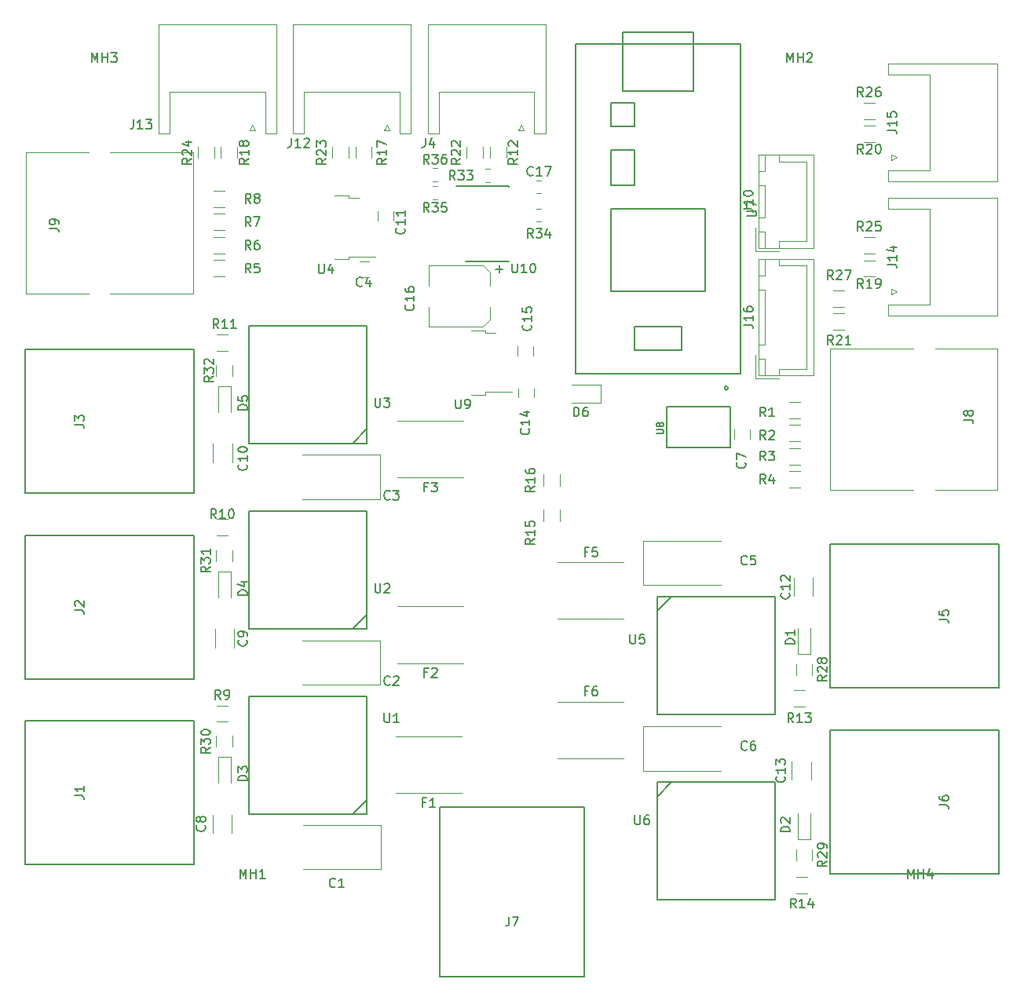
<source format=gbr>
G04 #@! TF.GenerationSoftware,KiCad,Pcbnew,(5.1.4-0-10_14)*
G04 #@! TF.CreationDate,2019-09-27T20:48:50-06:00*
G04 #@! TF.ProjectId,LED suit power,4c454420-7375-4697-9420-706f7765722e,rev?*
G04 #@! TF.SameCoordinates,Original*
G04 #@! TF.FileFunction,Legend,Top*
G04 #@! TF.FilePolarity,Positive*
%FSLAX46Y46*%
G04 Gerber Fmt 4.6, Leading zero omitted, Abs format (unit mm)*
G04 Created by KiCad (PCBNEW (5.1.4-0-10_14)) date 2019-09-27 20:48:50*
%MOMM*%
%LPD*%
G04 APERTURE LIST*
%ADD10C,0.120000*%
%ADD11C,0.150000*%
%ADD12C,0.203200*%
%ADD13C,0.152400*%
G04 APERTURE END LIST*
D10*
X141958578Y-113690000D02*
X141441422Y-113690000D01*
X141958578Y-115110000D02*
X141441422Y-115110000D01*
X141958578Y-115590000D02*
X141441422Y-115590000D01*
X141958578Y-117010000D02*
X141441422Y-117010000D01*
X152641422Y-119460000D02*
X153158578Y-119460000D01*
X152641422Y-118040000D02*
X153158578Y-118040000D01*
X147091422Y-115210000D02*
X147608578Y-115210000D01*
X147091422Y-113790000D02*
X147608578Y-113790000D01*
X152641422Y-116410000D02*
X153158578Y-116410000D01*
X152641422Y-114990000D02*
X153158578Y-114990000D01*
D11*
X145025000Y-123725000D02*
X149675000Y-123725000D01*
X143950000Y-115625000D02*
X149675000Y-115625000D01*
X145025000Y-123725000D02*
X145025000Y-123700000D01*
X149675000Y-123725000D02*
X149675000Y-123700000D01*
X149675000Y-115675000D02*
X149675000Y-115700000D01*
D10*
X176250000Y-122600000D02*
X178750000Y-122600000D01*
X176250000Y-120100000D02*
X176250000Y-122600000D01*
X181750000Y-112950000D02*
X181750000Y-117250000D01*
X178800000Y-112950000D02*
X181750000Y-112950000D01*
X178800000Y-112200000D02*
X178800000Y-112950000D01*
X181750000Y-121550000D02*
X181750000Y-117250000D01*
X178800000Y-121550000D02*
X181750000Y-121550000D01*
X178800000Y-122300000D02*
X178800000Y-121550000D01*
X176550000Y-112200000D02*
X176550000Y-114000000D01*
X177300000Y-112200000D02*
X176550000Y-112200000D01*
X177300000Y-114000000D02*
X177300000Y-112200000D01*
X176550000Y-114000000D02*
X177300000Y-114000000D01*
X176550000Y-120500000D02*
X176550000Y-122300000D01*
X177300000Y-120500000D02*
X176550000Y-120500000D01*
X177300000Y-122300000D02*
X177300000Y-120500000D01*
X176550000Y-122300000D02*
X177300000Y-122300000D01*
X176550000Y-115500000D02*
X176550000Y-119000000D01*
X177300000Y-115500000D02*
X176550000Y-115500000D01*
X177300000Y-119000000D02*
X177300000Y-115500000D01*
X176550000Y-119000000D02*
X177300000Y-119000000D01*
X176550000Y-112200000D02*
X176550000Y-122300000D01*
X182500000Y-112200000D02*
X176550000Y-112200000D01*
X182500000Y-122300000D02*
X182500000Y-112200000D01*
X176550000Y-122300000D02*
X182500000Y-122300000D01*
D11*
X142250000Y-200850000D02*
X142250000Y-182600000D01*
X157750000Y-200850000D02*
X157750000Y-182600000D01*
X157750000Y-200850000D02*
X142250000Y-200850000D01*
X157750000Y-182600000D02*
X142250000Y-182600000D01*
X97500000Y-173250000D02*
X115750000Y-173250000D01*
X97500000Y-188750000D02*
X115750000Y-188750000D01*
X97500000Y-188750000D02*
X97500000Y-173250000D01*
X115750000Y-188750000D02*
X115750000Y-173250000D01*
X97500000Y-153250000D02*
X115750000Y-153250000D01*
X97500000Y-168750000D02*
X115750000Y-168750000D01*
X97500000Y-168750000D02*
X97500000Y-153250000D01*
X115750000Y-168750000D02*
X115750000Y-153250000D01*
X97500000Y-133250000D02*
X115750000Y-133250000D01*
X97500000Y-148750000D02*
X115750000Y-148750000D01*
X97500000Y-148750000D02*
X97500000Y-133250000D01*
X115750000Y-148750000D02*
X115750000Y-133250000D01*
X202500000Y-169750000D02*
X184250000Y-169750000D01*
X202500000Y-154250000D02*
X184250000Y-154250000D01*
X202500000Y-154250000D02*
X202500000Y-169750000D01*
X184250000Y-154250000D02*
X184250000Y-169750000D01*
X202500000Y-189750000D02*
X184250000Y-189750000D01*
X202500000Y-174250000D02*
X184250000Y-174250000D01*
X202500000Y-174250000D02*
X202500000Y-189750000D01*
X184250000Y-174250000D02*
X184250000Y-189750000D01*
D10*
X150700000Y-137425000D02*
X150700000Y-138425000D01*
X152400000Y-138425000D02*
X152400000Y-137425000D01*
X159600000Y-137000000D02*
X159600000Y-139000000D01*
X159600000Y-137000000D02*
X156400000Y-137000000D01*
X156400000Y-139000000D02*
X159600000Y-139000000D01*
D12*
X173500000Y-143800000D02*
X173500000Y-139400000D01*
X166700000Y-143800000D02*
X173500000Y-143800000D01*
X166700000Y-139400000D02*
X166700000Y-143800000D01*
X173500000Y-139400000D02*
X166700000Y-139400000D01*
X173300000Y-137400000D02*
G75*
G03X173300000Y-137400000I-200000J0D01*
G01*
D10*
X180800000Y-186050000D02*
X180800000Y-183250000D01*
X182200000Y-186050000D02*
X182200000Y-183250000D01*
X180800000Y-186050000D02*
X182200000Y-186050000D01*
X119700000Y-157200000D02*
X118300000Y-157200000D01*
X118300000Y-157200000D02*
X118300000Y-160000000D01*
X119700000Y-157200000D02*
X119700000Y-160000000D01*
X119700000Y-137200000D02*
X119700000Y-140000000D01*
X118300000Y-137200000D02*
X118300000Y-140000000D01*
X119700000Y-137200000D02*
X118300000Y-137200000D01*
X180800000Y-166050000D02*
X182200000Y-166050000D01*
X182200000Y-166050000D02*
X182200000Y-163250000D01*
X180800000Y-166050000D02*
X180800000Y-163250000D01*
X119700000Y-177200000D02*
X119700000Y-180000000D01*
X118300000Y-177200000D02*
X118300000Y-180000000D01*
X119700000Y-177200000D02*
X118300000Y-177200000D01*
X182380000Y-167150000D02*
X182380000Y-168350000D01*
X180620000Y-168350000D02*
X180620000Y-167150000D01*
X180620000Y-188350000D02*
X180620000Y-187150000D01*
X182380000Y-187150000D02*
X182380000Y-188350000D01*
X118120000Y-176100000D02*
X118120000Y-174900000D01*
X119880000Y-174900000D02*
X119880000Y-176100000D01*
X119880000Y-154900000D02*
X119880000Y-156100000D01*
X118120000Y-156100000D02*
X118120000Y-154900000D01*
X118120000Y-136100000D02*
X118120000Y-134900000D01*
X119880000Y-134900000D02*
X119880000Y-136100000D01*
D11*
X161925000Y-100330000D02*
X161925000Y-99060000D01*
X161925000Y-99060000D02*
X169545000Y-99060000D01*
X169545000Y-99060000D02*
X169545000Y-100330000D01*
X160655000Y-111760000D02*
X160655000Y-115570000D01*
X160655000Y-115570000D02*
X163195000Y-115570000D01*
X163195000Y-115570000D02*
X163195000Y-111760000D01*
X163195000Y-111760000D02*
X160655000Y-111760000D01*
X161925000Y-105410000D02*
X169545000Y-105410000D01*
X169545000Y-105410000D02*
X169545000Y-100330000D01*
X161925000Y-105410000D02*
X161925000Y-100330000D01*
X160655000Y-106680000D02*
X160655000Y-109220000D01*
X160655000Y-109220000D02*
X163195000Y-109220000D01*
X163195000Y-109220000D02*
X163195000Y-106680000D01*
X163195000Y-106680000D02*
X160655000Y-106680000D01*
X168275000Y-133350000D02*
X163195000Y-133350000D01*
X163195000Y-133350000D02*
X163195000Y-130810000D01*
X163195000Y-130810000D02*
X168275000Y-130810000D01*
X168275000Y-130810000D02*
X168275000Y-133350000D01*
X160655000Y-127000000D02*
X170815000Y-127000000D01*
X170815000Y-118110000D02*
X160655000Y-118110000D01*
X170815000Y-127000000D02*
X170815000Y-118110000D01*
X160655000Y-127000000D02*
X160655000Y-118110000D01*
X174625000Y-100330000D02*
X174625000Y-135890000D01*
X174625000Y-135890000D02*
X156845000Y-135890000D01*
X156845000Y-135890000D02*
X156845000Y-100330000D01*
X156845000Y-100330000D02*
X174625000Y-100330000D01*
D10*
X146890000Y-130800000D02*
X141050000Y-130800000D01*
X147650000Y-130040000D02*
X146890000Y-130800000D01*
X146890000Y-124200000D02*
X147650000Y-124960000D01*
X141050000Y-124200000D02*
X146890000Y-124200000D01*
X147650000Y-130040000D02*
X147650000Y-128620000D01*
X147650000Y-124960000D02*
X147650000Y-126380000D01*
X141050000Y-130800000D02*
X141050000Y-128620000D01*
X141050000Y-124200000D02*
X141050000Y-126380000D01*
X185850000Y-131130000D02*
X184650000Y-131130000D01*
X184650000Y-129370000D02*
X185850000Y-129370000D01*
X132380000Y-111400000D02*
X132380000Y-112600000D01*
X130620000Y-112600000D02*
X130620000Y-111400000D01*
X145120000Y-112600000D02*
X145120000Y-111400000D01*
X146880000Y-111400000D02*
X146880000Y-112600000D01*
X149380000Y-111400000D02*
X149380000Y-112600000D01*
X147620000Y-112600000D02*
X147620000Y-111400000D01*
X116120000Y-112600000D02*
X116120000Y-111400000D01*
X117880000Y-111400000D02*
X117880000Y-112600000D01*
X189100000Y-122880000D02*
X187900000Y-122880000D01*
X187900000Y-121120000D02*
X189100000Y-121120000D01*
X187900000Y-106620000D02*
X189100000Y-106620000D01*
X189100000Y-108380000D02*
X187900000Y-108380000D01*
X184650000Y-126870000D02*
X185850000Y-126870000D01*
X185850000Y-128630000D02*
X184650000Y-128630000D01*
X133120000Y-112600000D02*
X133120000Y-111400000D01*
X134880000Y-111400000D02*
X134880000Y-112600000D01*
X120380000Y-111400000D02*
X120380000Y-112600000D01*
X118620000Y-112600000D02*
X118620000Y-111400000D01*
X187900000Y-123620000D02*
X189100000Y-123620000D01*
X189100000Y-125380000D02*
X187900000Y-125380000D01*
X189100000Y-110880000D02*
X187900000Y-110880000D01*
X187900000Y-109120000D02*
X189100000Y-109120000D01*
X137250000Y-119350000D02*
X137250000Y-118350000D01*
X135550000Y-118350000D02*
X135550000Y-119350000D01*
X134550000Y-123700000D02*
X133550000Y-123700000D01*
X133550000Y-125400000D02*
X134550000Y-125400000D01*
X132394999Y-116894999D02*
X133494999Y-116894999D01*
X132394999Y-116624999D02*
X132394999Y-116894999D01*
X130894999Y-116624999D02*
X132394999Y-116624999D01*
X132394999Y-123254999D02*
X135224999Y-123254999D01*
X132394999Y-123524999D02*
X132394999Y-123254999D01*
X130894999Y-123524999D02*
X132394999Y-123524999D01*
X176250000Y-136350000D02*
X178750000Y-136350000D01*
X176250000Y-133850000D02*
X176250000Y-136350000D01*
X181750000Y-124200000D02*
X181750000Y-129750000D01*
X178800000Y-124200000D02*
X181750000Y-124200000D01*
X178800000Y-123450000D02*
X178800000Y-124200000D01*
X181750000Y-135300000D02*
X181750000Y-129750000D01*
X178800000Y-135300000D02*
X181750000Y-135300000D01*
X178800000Y-136050000D02*
X178800000Y-135300000D01*
X176550000Y-123450000D02*
X176550000Y-125250000D01*
X177300000Y-123450000D02*
X176550000Y-123450000D01*
X177300000Y-125250000D02*
X177300000Y-123450000D01*
X176550000Y-125250000D02*
X177300000Y-125250000D01*
X176550000Y-134250000D02*
X176550000Y-136050000D01*
X177300000Y-134250000D02*
X176550000Y-134250000D01*
X177300000Y-136050000D02*
X177300000Y-134250000D01*
X176550000Y-136050000D02*
X177300000Y-136050000D01*
X176550000Y-126750000D02*
X176550000Y-132750000D01*
X177300000Y-126750000D02*
X176550000Y-126750000D01*
X177300000Y-132750000D02*
X177300000Y-126750000D01*
X176550000Y-132750000D02*
X177300000Y-132750000D01*
X176550000Y-123450000D02*
X176550000Y-136050000D01*
X182500000Y-123450000D02*
X176550000Y-123450000D01*
X182500000Y-136050000D02*
X182500000Y-123450000D01*
X176550000Y-136050000D02*
X182500000Y-136050000D01*
X147250000Y-98150000D02*
X153600000Y-98150000D01*
X153600000Y-98150000D02*
X153600000Y-109950000D01*
X153600000Y-109950000D02*
X152400000Y-109950000D01*
X152400000Y-109950000D02*
X152400000Y-105450000D01*
X152400000Y-105450000D02*
X147250000Y-105450000D01*
X147250000Y-98150000D02*
X140900000Y-98150000D01*
X140900000Y-98150000D02*
X140900000Y-109950000D01*
X140900000Y-109950000D02*
X142100000Y-109950000D01*
X142100000Y-109950000D02*
X142100000Y-105450000D01*
X142100000Y-105450000D02*
X147250000Y-105450000D01*
X151000000Y-109000000D02*
X151300000Y-109600000D01*
X151300000Y-109600000D02*
X150700000Y-109600000D01*
X150700000Y-109600000D02*
X151000000Y-109000000D01*
X136200000Y-109600000D02*
X136500000Y-109000000D01*
X136800000Y-109600000D02*
X136200000Y-109600000D01*
X136500000Y-109000000D02*
X136800000Y-109600000D01*
X127600000Y-105450000D02*
X132750000Y-105450000D01*
X127600000Y-109950000D02*
X127600000Y-105450000D01*
X126400000Y-109950000D02*
X127600000Y-109950000D01*
X126400000Y-98150000D02*
X126400000Y-109950000D01*
X132750000Y-98150000D02*
X126400000Y-98150000D01*
X137900000Y-105450000D02*
X132750000Y-105450000D01*
X137900000Y-109950000D02*
X137900000Y-105450000D01*
X139100000Y-109950000D02*
X137900000Y-109950000D01*
X139100000Y-98150000D02*
X139100000Y-109950000D01*
X132750000Y-98150000D02*
X139100000Y-98150000D01*
X118250000Y-98150000D02*
X124600000Y-98150000D01*
X124600000Y-98150000D02*
X124600000Y-109950000D01*
X124600000Y-109950000D02*
X123400000Y-109950000D01*
X123400000Y-109950000D02*
X123400000Y-105450000D01*
X123400000Y-105450000D02*
X118250000Y-105450000D01*
X118250000Y-98150000D02*
X111900000Y-98150000D01*
X111900000Y-98150000D02*
X111900000Y-109950000D01*
X111900000Y-109950000D02*
X113100000Y-109950000D01*
X113100000Y-109950000D02*
X113100000Y-105450000D01*
X113100000Y-105450000D02*
X118250000Y-105450000D01*
X122000000Y-109000000D02*
X122300000Y-109600000D01*
X122300000Y-109600000D02*
X121700000Y-109600000D01*
X121700000Y-109600000D02*
X122000000Y-109000000D01*
X190900000Y-126700000D02*
X191500000Y-127000000D01*
X190900000Y-127300000D02*
X190900000Y-126700000D01*
X191500000Y-127000000D02*
X190900000Y-127300000D01*
X195050000Y-118100000D02*
X195050000Y-123250000D01*
X190550000Y-118100000D02*
X195050000Y-118100000D01*
X190550000Y-116900000D02*
X190550000Y-118100000D01*
X202350000Y-116900000D02*
X190550000Y-116900000D01*
X202350000Y-123250000D02*
X202350000Y-116900000D01*
X195050000Y-128400000D02*
X195050000Y-123250000D01*
X190550000Y-128400000D02*
X195050000Y-128400000D01*
X190550000Y-129600000D02*
X190550000Y-128400000D01*
X202350000Y-129600000D02*
X190550000Y-129600000D01*
X202350000Y-123250000D02*
X202350000Y-129600000D01*
X190900000Y-112200000D02*
X191500000Y-112500000D01*
X190900000Y-112800000D02*
X190900000Y-112200000D01*
X191500000Y-112500000D02*
X190900000Y-112800000D01*
X195050000Y-103600000D02*
X195050000Y-108750000D01*
X190550000Y-103600000D02*
X195050000Y-103600000D01*
X190550000Y-102400000D02*
X190550000Y-103600000D01*
X202350000Y-102400000D02*
X190550000Y-102400000D01*
X202350000Y-108750000D02*
X202350000Y-102400000D01*
X195050000Y-113900000D02*
X195050000Y-108750000D01*
X190550000Y-113900000D02*
X195050000Y-113900000D01*
X190550000Y-115100000D02*
X190550000Y-113900000D01*
X202350000Y-115100000D02*
X190550000Y-115100000D01*
X202350000Y-108750000D02*
X202350000Y-115100000D01*
X173950000Y-141900000D02*
X173950000Y-142900000D01*
X175650000Y-142900000D02*
X175650000Y-141900000D01*
X152250000Y-133925000D02*
X152250000Y-132925000D01*
X150550000Y-132925000D02*
X150550000Y-133925000D01*
X97631222Y-111966787D02*
X97631222Y-127206787D01*
X115661222Y-127206787D02*
X106671222Y-127196787D01*
X115661222Y-127206787D02*
X115661222Y-111966787D01*
X115661222Y-111966787D02*
X106661222Y-111966787D01*
X104331222Y-127196787D02*
X97631222Y-127206787D01*
X104341222Y-111966787D02*
X97631222Y-111966787D01*
X155185000Y-150530000D02*
X155185000Y-151730000D01*
X153425000Y-151730000D02*
X153425000Y-150530000D01*
X153425000Y-147920000D02*
X153425000Y-146720000D01*
X155185000Y-146720000D02*
X155185000Y-147920000D01*
X145634461Y-138105109D02*
X147134461Y-138105109D01*
X147134461Y-138105109D02*
X147134461Y-137835109D01*
X147134461Y-137835109D02*
X149964461Y-137835109D01*
X145634461Y-131205109D02*
X147134461Y-131205109D01*
X147134461Y-131205109D02*
X147134461Y-131475109D01*
X147134461Y-131475109D02*
X148234461Y-131475109D01*
X117730000Y-183400000D02*
X117730000Y-185400000D01*
X119770000Y-185400000D02*
X119770000Y-183400000D01*
X120020000Y-165400000D02*
X120020000Y-163400000D01*
X117980000Y-163400000D02*
X117980000Y-165400000D01*
X119820000Y-145400000D02*
X119820000Y-143400000D01*
X117780000Y-143400000D02*
X117780000Y-145400000D01*
X180380000Y-157850000D02*
X180380000Y-159850000D01*
X182420000Y-159850000D02*
X182420000Y-157850000D01*
X180180000Y-177650000D02*
X180180000Y-179650000D01*
X182220000Y-179650000D02*
X182220000Y-177650000D01*
X118145000Y-171620000D02*
X119345000Y-171620000D01*
X119345000Y-173380000D02*
X118145000Y-173380000D01*
X118145000Y-151520000D02*
X119345000Y-151520000D01*
X119345000Y-153280000D02*
X118145000Y-153280000D01*
X118145000Y-131620000D02*
X119345000Y-131620000D01*
X119345000Y-133380000D02*
X118145000Y-133380000D01*
X181575000Y-171755000D02*
X180375000Y-171755000D01*
X180375000Y-169995000D02*
X181575000Y-169995000D01*
X181850000Y-191880000D02*
X180650000Y-191880000D01*
X180650000Y-190120000D02*
X181850000Y-190120000D01*
X202305001Y-148348343D02*
X202305001Y-133108343D01*
X184275001Y-133108343D02*
X193265001Y-133118343D01*
X184275001Y-133108343D02*
X184275001Y-148348343D01*
X184275001Y-148348343D02*
X193275001Y-148348343D01*
X195605001Y-133118343D02*
X202305001Y-133108343D01*
X195595001Y-148348343D02*
X202305001Y-148348343D01*
X179900000Y-138883344D02*
X181100000Y-138883344D01*
X181100000Y-140643344D02*
X179900000Y-140643344D01*
X179900000Y-141333344D02*
X181100000Y-141333344D01*
X181100000Y-143093344D02*
X179900000Y-143093344D01*
X179900000Y-143883344D02*
X181100000Y-143883344D01*
X181100000Y-145643344D02*
X179900000Y-145643344D01*
X179900000Y-146383344D02*
X181100000Y-146383344D01*
X181100000Y-148143344D02*
X179900000Y-148143344D01*
X119036223Y-125361786D02*
X117836223Y-125361786D01*
X117836223Y-123601786D02*
X119036223Y-123601786D01*
X119036223Y-122861786D02*
X117836223Y-122861786D01*
X117836223Y-121101786D02*
X119036223Y-121101786D01*
X119036223Y-120361786D02*
X117836223Y-120361786D01*
X117836223Y-118601786D02*
X119036223Y-118601786D01*
X119036223Y-117861786D02*
X117836223Y-117861786D01*
X117836223Y-116101786D02*
X119036223Y-116101786D01*
X154940000Y-156200000D02*
X162060000Y-156200000D01*
X154940000Y-162300000D02*
X162060000Y-162300000D01*
X164145000Y-173850000D02*
X172545000Y-173850000D01*
X164145000Y-178650000D02*
X172545000Y-178650000D01*
X164145000Y-173850000D02*
X164145000Y-178650000D01*
X164145000Y-153850000D02*
X172545000Y-153850000D01*
X164145000Y-158650000D02*
X172545000Y-158650000D01*
X164145000Y-153850000D02*
X164145000Y-158650000D01*
X135755000Y-149400000D02*
X127355000Y-149400000D01*
X135755000Y-144600000D02*
X127355000Y-144600000D01*
X135755000Y-149400000D02*
X135755000Y-144600000D01*
X135755000Y-169400000D02*
X127355000Y-169400000D01*
X135755000Y-164600000D02*
X127355000Y-164600000D01*
X135755000Y-169400000D02*
X135755000Y-164600000D01*
X135855000Y-189300000D02*
X127455000Y-189300000D01*
X135855000Y-184500000D02*
X127455000Y-184500000D01*
X135855000Y-189300000D02*
X135855000Y-184500000D01*
X154940000Y-171200000D02*
X162060000Y-171200000D01*
X154940000Y-177300000D02*
X162060000Y-177300000D01*
X144760000Y-147050000D02*
X137640000Y-147050000D01*
X144760000Y-140950000D02*
X137640000Y-140950000D01*
X144760000Y-167050000D02*
X137640000Y-167050000D01*
X144760000Y-160950000D02*
X137640000Y-160950000D01*
X144560000Y-181050000D02*
X137440000Y-181050000D01*
X144560000Y-174950000D02*
X137440000Y-174950000D01*
D11*
X178350000Y-179900000D02*
X165650000Y-179900000D01*
X165650000Y-179900000D02*
X165650000Y-192600000D01*
X165650000Y-192600000D02*
X178350000Y-192600000D01*
X178350000Y-179900000D02*
X178350000Y-192600000D01*
X167200000Y-179900000D02*
X165650000Y-181450000D01*
X178350000Y-159900000D02*
X165650000Y-159900000D01*
X165650000Y-159900000D02*
X165650000Y-172600000D01*
X165650000Y-172600000D02*
X178350000Y-172600000D01*
X178350000Y-159900000D02*
X178350000Y-172600000D01*
X167200000Y-159900000D02*
X165650000Y-161450000D01*
X121650000Y-143350000D02*
X134350000Y-143350000D01*
X134350000Y-143350000D02*
X134350000Y-130650000D01*
X134350000Y-130650000D02*
X121650000Y-130650000D01*
X121650000Y-143350000D02*
X121650000Y-130650000D01*
X132800000Y-143350000D02*
X134350000Y-141800000D01*
X121650000Y-163350000D02*
X134350000Y-163350000D01*
X134350000Y-163350000D02*
X134350000Y-150650000D01*
X134350000Y-150650000D02*
X121650000Y-150650000D01*
X121650000Y-163350000D02*
X121650000Y-150650000D01*
X132800000Y-163350000D02*
X134350000Y-161800000D01*
X121650000Y-183350000D02*
X134350000Y-183350000D01*
X134350000Y-183350000D02*
X134350000Y-170650000D01*
X134350000Y-170650000D02*
X121650000Y-170650000D01*
X121650000Y-183350000D02*
X121650000Y-170650000D01*
X132800000Y-183350000D02*
X134350000Y-181800000D01*
X141057142Y-113202380D02*
X140723809Y-112726190D01*
X140485714Y-113202380D02*
X140485714Y-112202380D01*
X140866666Y-112202380D01*
X140961904Y-112250000D01*
X141009523Y-112297619D01*
X141057142Y-112392857D01*
X141057142Y-112535714D01*
X141009523Y-112630952D01*
X140961904Y-112678571D01*
X140866666Y-112726190D01*
X140485714Y-112726190D01*
X141390476Y-112202380D02*
X142009523Y-112202380D01*
X141676190Y-112583333D01*
X141819047Y-112583333D01*
X141914285Y-112630952D01*
X141961904Y-112678571D01*
X142009523Y-112773809D01*
X142009523Y-113011904D01*
X141961904Y-113107142D01*
X141914285Y-113154761D01*
X141819047Y-113202380D01*
X141533333Y-113202380D01*
X141438095Y-113154761D01*
X141390476Y-113107142D01*
X142866666Y-112202380D02*
X142676190Y-112202380D01*
X142580952Y-112250000D01*
X142533333Y-112297619D01*
X142438095Y-112440476D01*
X142390476Y-112630952D01*
X142390476Y-113011904D01*
X142438095Y-113107142D01*
X142485714Y-113154761D01*
X142580952Y-113202380D01*
X142771428Y-113202380D01*
X142866666Y-113154761D01*
X142914285Y-113107142D01*
X142961904Y-113011904D01*
X142961904Y-112773809D01*
X142914285Y-112678571D01*
X142866666Y-112630952D01*
X142771428Y-112583333D01*
X142580952Y-112583333D01*
X142485714Y-112630952D01*
X142438095Y-112678571D01*
X142390476Y-112773809D01*
X141057142Y-118402380D02*
X140723809Y-117926190D01*
X140485714Y-118402380D02*
X140485714Y-117402380D01*
X140866666Y-117402380D01*
X140961904Y-117450000D01*
X141009523Y-117497619D01*
X141057142Y-117592857D01*
X141057142Y-117735714D01*
X141009523Y-117830952D01*
X140961904Y-117878571D01*
X140866666Y-117926190D01*
X140485714Y-117926190D01*
X141390476Y-117402380D02*
X142009523Y-117402380D01*
X141676190Y-117783333D01*
X141819047Y-117783333D01*
X141914285Y-117830952D01*
X141961904Y-117878571D01*
X142009523Y-117973809D01*
X142009523Y-118211904D01*
X141961904Y-118307142D01*
X141914285Y-118354761D01*
X141819047Y-118402380D01*
X141533333Y-118402380D01*
X141438095Y-118354761D01*
X141390476Y-118307142D01*
X142914285Y-117402380D02*
X142438095Y-117402380D01*
X142390476Y-117878571D01*
X142438095Y-117830952D01*
X142533333Y-117783333D01*
X142771428Y-117783333D01*
X142866666Y-117830952D01*
X142914285Y-117878571D01*
X142961904Y-117973809D01*
X142961904Y-118211904D01*
X142914285Y-118307142D01*
X142866666Y-118354761D01*
X142771428Y-118402380D01*
X142533333Y-118402380D01*
X142438095Y-118354761D01*
X142390476Y-118307142D01*
X152257142Y-121202380D02*
X151923809Y-120726190D01*
X151685714Y-121202380D02*
X151685714Y-120202380D01*
X152066666Y-120202380D01*
X152161904Y-120250000D01*
X152209523Y-120297619D01*
X152257142Y-120392857D01*
X152257142Y-120535714D01*
X152209523Y-120630952D01*
X152161904Y-120678571D01*
X152066666Y-120726190D01*
X151685714Y-120726190D01*
X152590476Y-120202380D02*
X153209523Y-120202380D01*
X152876190Y-120583333D01*
X153019047Y-120583333D01*
X153114285Y-120630952D01*
X153161904Y-120678571D01*
X153209523Y-120773809D01*
X153209523Y-121011904D01*
X153161904Y-121107142D01*
X153114285Y-121154761D01*
X153019047Y-121202380D01*
X152733333Y-121202380D01*
X152638095Y-121154761D01*
X152590476Y-121107142D01*
X154066666Y-120535714D02*
X154066666Y-121202380D01*
X153828571Y-120154761D02*
X153590476Y-120869047D01*
X154209523Y-120869047D01*
X143857142Y-114952380D02*
X143523809Y-114476190D01*
X143285714Y-114952380D02*
X143285714Y-113952380D01*
X143666666Y-113952380D01*
X143761904Y-114000000D01*
X143809523Y-114047619D01*
X143857142Y-114142857D01*
X143857142Y-114285714D01*
X143809523Y-114380952D01*
X143761904Y-114428571D01*
X143666666Y-114476190D01*
X143285714Y-114476190D01*
X144190476Y-113952380D02*
X144809523Y-113952380D01*
X144476190Y-114333333D01*
X144619047Y-114333333D01*
X144714285Y-114380952D01*
X144761904Y-114428571D01*
X144809523Y-114523809D01*
X144809523Y-114761904D01*
X144761904Y-114857142D01*
X144714285Y-114904761D01*
X144619047Y-114952380D01*
X144333333Y-114952380D01*
X144238095Y-114904761D01*
X144190476Y-114857142D01*
X145142857Y-113952380D02*
X145761904Y-113952380D01*
X145428571Y-114333333D01*
X145571428Y-114333333D01*
X145666666Y-114380952D01*
X145714285Y-114428571D01*
X145761904Y-114523809D01*
X145761904Y-114761904D01*
X145714285Y-114857142D01*
X145666666Y-114904761D01*
X145571428Y-114952380D01*
X145285714Y-114952380D01*
X145190476Y-114904761D01*
X145142857Y-114857142D01*
X152257142Y-114407142D02*
X152209523Y-114454761D01*
X152066666Y-114502380D01*
X151971428Y-114502380D01*
X151828571Y-114454761D01*
X151733333Y-114359523D01*
X151685714Y-114264285D01*
X151638095Y-114073809D01*
X151638095Y-113930952D01*
X151685714Y-113740476D01*
X151733333Y-113645238D01*
X151828571Y-113550000D01*
X151971428Y-113502380D01*
X152066666Y-113502380D01*
X152209523Y-113550000D01*
X152257142Y-113597619D01*
X153209523Y-114502380D02*
X152638095Y-114502380D01*
X152923809Y-114502380D02*
X152923809Y-113502380D01*
X152828571Y-113645238D01*
X152733333Y-113740476D01*
X152638095Y-113788095D01*
X153542857Y-113502380D02*
X154209523Y-113502380D01*
X153780952Y-114502380D01*
X150011904Y-123952380D02*
X150011904Y-124761904D01*
X150059523Y-124857142D01*
X150107142Y-124904761D01*
X150202380Y-124952380D01*
X150392857Y-124952380D01*
X150488095Y-124904761D01*
X150535714Y-124857142D01*
X150583333Y-124761904D01*
X150583333Y-123952380D01*
X151583333Y-124952380D02*
X151011904Y-124952380D01*
X151297619Y-124952380D02*
X151297619Y-123952380D01*
X151202380Y-124095238D01*
X151107142Y-124190476D01*
X151011904Y-124238095D01*
X152202380Y-123952380D02*
X152297619Y-123952380D01*
X152392857Y-124000000D01*
X152440476Y-124047619D01*
X152488095Y-124142857D01*
X152535714Y-124333333D01*
X152535714Y-124571428D01*
X152488095Y-124761904D01*
X152440476Y-124857142D01*
X152392857Y-124904761D01*
X152297619Y-124952380D01*
X152202380Y-124952380D01*
X152107142Y-124904761D01*
X152059523Y-124857142D01*
X152011904Y-124761904D01*
X151964285Y-124571428D01*
X151964285Y-124333333D01*
X152011904Y-124142857D01*
X152059523Y-124047619D01*
X152107142Y-124000000D01*
X152202380Y-123952380D01*
X174952380Y-118059523D02*
X175666666Y-118059523D01*
X175809523Y-118107142D01*
X175904761Y-118202380D01*
X175952380Y-118345238D01*
X175952380Y-118440476D01*
X175952380Y-117059523D02*
X175952380Y-117630952D01*
X175952380Y-117345238D02*
X174952380Y-117345238D01*
X175095238Y-117440476D01*
X175190476Y-117535714D01*
X175238095Y-117630952D01*
X174952380Y-116440476D02*
X174952380Y-116345238D01*
X175000000Y-116250000D01*
X175047619Y-116202380D01*
X175142857Y-116154761D01*
X175333333Y-116107142D01*
X175571428Y-116107142D01*
X175761904Y-116154761D01*
X175857142Y-116202380D01*
X175904761Y-116250000D01*
X175952380Y-116345238D01*
X175952380Y-116440476D01*
X175904761Y-116535714D01*
X175857142Y-116583333D01*
X175761904Y-116630952D01*
X175571428Y-116678571D01*
X175333333Y-116678571D01*
X175142857Y-116630952D01*
X175047619Y-116583333D01*
X175000000Y-116535714D01*
X174952380Y-116440476D01*
X149666666Y-194402380D02*
X149666666Y-195116666D01*
X149619047Y-195259523D01*
X149523809Y-195354761D01*
X149380952Y-195402380D01*
X149285714Y-195402380D01*
X150047619Y-194402380D02*
X150714285Y-194402380D01*
X150285714Y-195402380D01*
X102852380Y-181333333D02*
X103566666Y-181333333D01*
X103709523Y-181380952D01*
X103804761Y-181476190D01*
X103852380Y-181619047D01*
X103852380Y-181714285D01*
X103852380Y-180333333D02*
X103852380Y-180904761D01*
X103852380Y-180619047D02*
X102852380Y-180619047D01*
X102995238Y-180714285D01*
X103090476Y-180809523D01*
X103138095Y-180904761D01*
X102852380Y-161333333D02*
X103566666Y-161333333D01*
X103709523Y-161380952D01*
X103804761Y-161476190D01*
X103852380Y-161619047D01*
X103852380Y-161714285D01*
X102947619Y-160904761D02*
X102900000Y-160857142D01*
X102852380Y-160761904D01*
X102852380Y-160523809D01*
X102900000Y-160428571D01*
X102947619Y-160380952D01*
X103042857Y-160333333D01*
X103138095Y-160333333D01*
X103280952Y-160380952D01*
X103852380Y-160952380D01*
X103852380Y-160333333D01*
X102852380Y-141333333D02*
X103566666Y-141333333D01*
X103709523Y-141380952D01*
X103804761Y-141476190D01*
X103852380Y-141619047D01*
X103852380Y-141714285D01*
X102852380Y-140952380D02*
X102852380Y-140333333D01*
X103233333Y-140666666D01*
X103233333Y-140523809D01*
X103280952Y-140428571D01*
X103328571Y-140380952D01*
X103423809Y-140333333D01*
X103661904Y-140333333D01*
X103757142Y-140380952D01*
X103804761Y-140428571D01*
X103852380Y-140523809D01*
X103852380Y-140809523D01*
X103804761Y-140904761D01*
X103757142Y-140952380D01*
X196052380Y-162333333D02*
X196766666Y-162333333D01*
X196909523Y-162380952D01*
X197004761Y-162476190D01*
X197052380Y-162619047D01*
X197052380Y-162714285D01*
X196052380Y-161380952D02*
X196052380Y-161857142D01*
X196528571Y-161904761D01*
X196480952Y-161857142D01*
X196433333Y-161761904D01*
X196433333Y-161523809D01*
X196480952Y-161428571D01*
X196528571Y-161380952D01*
X196623809Y-161333333D01*
X196861904Y-161333333D01*
X196957142Y-161380952D01*
X197004761Y-161428571D01*
X197052380Y-161523809D01*
X197052380Y-161761904D01*
X197004761Y-161857142D01*
X196957142Y-161904761D01*
X196052380Y-182333333D02*
X196766666Y-182333333D01*
X196909523Y-182380952D01*
X197004761Y-182476190D01*
X197052380Y-182619047D01*
X197052380Y-182714285D01*
X196052380Y-181428571D02*
X196052380Y-181619047D01*
X196100000Y-181714285D01*
X196147619Y-181761904D01*
X196290476Y-181857142D01*
X196480952Y-181904761D01*
X196861904Y-181904761D01*
X196957142Y-181857142D01*
X197004761Y-181809523D01*
X197052380Y-181714285D01*
X197052380Y-181523809D01*
X197004761Y-181428571D01*
X196957142Y-181380952D01*
X196861904Y-181333333D01*
X196623809Y-181333333D01*
X196528571Y-181380952D01*
X196480952Y-181428571D01*
X196433333Y-181523809D01*
X196433333Y-181714285D01*
X196480952Y-181809523D01*
X196528571Y-181857142D01*
X196623809Y-181904761D01*
X151807142Y-141767857D02*
X151854761Y-141815476D01*
X151902380Y-141958333D01*
X151902380Y-142053571D01*
X151854761Y-142196428D01*
X151759523Y-142291666D01*
X151664285Y-142339285D01*
X151473809Y-142386904D01*
X151330952Y-142386904D01*
X151140476Y-142339285D01*
X151045238Y-142291666D01*
X150950000Y-142196428D01*
X150902380Y-142053571D01*
X150902380Y-141958333D01*
X150950000Y-141815476D01*
X150997619Y-141767857D01*
X151902380Y-140815476D02*
X151902380Y-141386904D01*
X151902380Y-141101190D02*
X150902380Y-141101190D01*
X151045238Y-141196428D01*
X151140476Y-141291666D01*
X151188095Y-141386904D01*
X151235714Y-139958333D02*
X151902380Y-139958333D01*
X150854761Y-140196428D02*
X151569047Y-140434523D01*
X151569047Y-139815476D01*
X156661904Y-140452380D02*
X156661904Y-139452380D01*
X156900000Y-139452380D01*
X157042857Y-139500000D01*
X157138095Y-139595238D01*
X157185714Y-139690476D01*
X157233333Y-139880952D01*
X157233333Y-140023809D01*
X157185714Y-140214285D01*
X157138095Y-140309523D01*
X157042857Y-140404761D01*
X156900000Y-140452380D01*
X156661904Y-140452380D01*
X158090476Y-139452380D02*
X157900000Y-139452380D01*
X157804761Y-139500000D01*
X157757142Y-139547619D01*
X157661904Y-139690476D01*
X157614285Y-139880952D01*
X157614285Y-140261904D01*
X157661904Y-140357142D01*
X157709523Y-140404761D01*
X157804761Y-140452380D01*
X157995238Y-140452380D01*
X158090476Y-140404761D01*
X158138095Y-140357142D01*
X158185714Y-140261904D01*
X158185714Y-140023809D01*
X158138095Y-139928571D01*
X158090476Y-139880952D01*
X157995238Y-139833333D01*
X157804761Y-139833333D01*
X157709523Y-139880952D01*
X157661904Y-139928571D01*
X157614285Y-140023809D01*
D13*
X165582714Y-142305571D02*
X166199571Y-142305571D01*
X166272142Y-142269285D01*
X166308428Y-142233000D01*
X166344714Y-142160428D01*
X166344714Y-142015285D01*
X166308428Y-141942714D01*
X166272142Y-141906428D01*
X166199571Y-141870142D01*
X165582714Y-141870142D01*
X165909285Y-141398428D02*
X165873000Y-141471000D01*
X165836714Y-141507285D01*
X165764142Y-141543571D01*
X165727857Y-141543571D01*
X165655285Y-141507285D01*
X165619000Y-141471000D01*
X165582714Y-141398428D01*
X165582714Y-141253285D01*
X165619000Y-141180714D01*
X165655285Y-141144428D01*
X165727857Y-141108142D01*
X165764142Y-141108142D01*
X165836714Y-141144428D01*
X165873000Y-141180714D01*
X165909285Y-141253285D01*
X165909285Y-141398428D01*
X165945571Y-141471000D01*
X165981857Y-141507285D01*
X166054428Y-141543571D01*
X166199571Y-141543571D01*
X166272142Y-141507285D01*
X166308428Y-141471000D01*
X166344714Y-141398428D01*
X166344714Y-141253285D01*
X166308428Y-141180714D01*
X166272142Y-141144428D01*
X166199571Y-141108142D01*
X166054428Y-141108142D01*
X165981857Y-141144428D01*
X165945571Y-141180714D01*
X165909285Y-141253285D01*
D11*
X179952380Y-185238095D02*
X178952380Y-185238095D01*
X178952380Y-185000000D01*
X179000000Y-184857142D01*
X179095238Y-184761904D01*
X179190476Y-184714285D01*
X179380952Y-184666666D01*
X179523809Y-184666666D01*
X179714285Y-184714285D01*
X179809523Y-184761904D01*
X179904761Y-184857142D01*
X179952380Y-185000000D01*
X179952380Y-185238095D01*
X179047619Y-184285714D02*
X179000000Y-184238095D01*
X178952380Y-184142857D01*
X178952380Y-183904761D01*
X179000000Y-183809523D01*
X179047619Y-183761904D01*
X179142857Y-183714285D01*
X179238095Y-183714285D01*
X179380952Y-183761904D01*
X179952380Y-184333333D01*
X179952380Y-183714285D01*
X121452380Y-159738095D02*
X120452380Y-159738095D01*
X120452380Y-159500000D01*
X120500000Y-159357142D01*
X120595238Y-159261904D01*
X120690476Y-159214285D01*
X120880952Y-159166666D01*
X121023809Y-159166666D01*
X121214285Y-159214285D01*
X121309523Y-159261904D01*
X121404761Y-159357142D01*
X121452380Y-159500000D01*
X121452380Y-159738095D01*
X120785714Y-158309523D02*
X121452380Y-158309523D01*
X120404761Y-158547619D02*
X121119047Y-158785714D01*
X121119047Y-158166666D01*
X121452380Y-139738095D02*
X120452380Y-139738095D01*
X120452380Y-139500000D01*
X120500000Y-139357142D01*
X120595238Y-139261904D01*
X120690476Y-139214285D01*
X120880952Y-139166666D01*
X121023809Y-139166666D01*
X121214285Y-139214285D01*
X121309523Y-139261904D01*
X121404761Y-139357142D01*
X121452380Y-139500000D01*
X121452380Y-139738095D01*
X120452380Y-138261904D02*
X120452380Y-138738095D01*
X120928571Y-138785714D01*
X120880952Y-138738095D01*
X120833333Y-138642857D01*
X120833333Y-138404761D01*
X120880952Y-138309523D01*
X120928571Y-138261904D01*
X121023809Y-138214285D01*
X121261904Y-138214285D01*
X121357142Y-138261904D01*
X121404761Y-138309523D01*
X121452380Y-138404761D01*
X121452380Y-138642857D01*
X121404761Y-138738095D01*
X121357142Y-138785714D01*
X180452380Y-164988095D02*
X179452380Y-164988095D01*
X179452380Y-164750000D01*
X179500000Y-164607142D01*
X179595238Y-164511904D01*
X179690476Y-164464285D01*
X179880952Y-164416666D01*
X180023809Y-164416666D01*
X180214285Y-164464285D01*
X180309523Y-164511904D01*
X180404761Y-164607142D01*
X180452380Y-164750000D01*
X180452380Y-164988095D01*
X180452380Y-163464285D02*
X180452380Y-164035714D01*
X180452380Y-163750000D02*
X179452380Y-163750000D01*
X179595238Y-163845238D01*
X179690476Y-163940476D01*
X179738095Y-164035714D01*
X121452380Y-179738095D02*
X120452380Y-179738095D01*
X120452380Y-179500000D01*
X120500000Y-179357142D01*
X120595238Y-179261904D01*
X120690476Y-179214285D01*
X120880952Y-179166666D01*
X121023809Y-179166666D01*
X121214285Y-179214285D01*
X121309523Y-179261904D01*
X121404761Y-179357142D01*
X121452380Y-179500000D01*
X121452380Y-179738095D01*
X120452380Y-178833333D02*
X120452380Y-178214285D01*
X120833333Y-178547619D01*
X120833333Y-178404761D01*
X120880952Y-178309523D01*
X120928571Y-178261904D01*
X121023809Y-178214285D01*
X121261904Y-178214285D01*
X121357142Y-178261904D01*
X121404761Y-178309523D01*
X121452380Y-178404761D01*
X121452380Y-178690476D01*
X121404761Y-178785714D01*
X121357142Y-178833333D01*
X192666666Y-190252380D02*
X192666666Y-189252380D01*
X193000000Y-189966666D01*
X193333333Y-189252380D01*
X193333333Y-190252380D01*
X193809523Y-190252380D02*
X193809523Y-189252380D01*
X193809523Y-189728571D02*
X194380952Y-189728571D01*
X194380952Y-190252380D02*
X194380952Y-189252380D01*
X195285714Y-189585714D02*
X195285714Y-190252380D01*
X195047619Y-189204761D02*
X194809523Y-189919047D01*
X195428571Y-189919047D01*
X179666666Y-102252380D02*
X179666666Y-101252380D01*
X180000000Y-101966666D01*
X180333333Y-101252380D01*
X180333333Y-102252380D01*
X180809523Y-102252380D02*
X180809523Y-101252380D01*
X180809523Y-101728571D02*
X181380952Y-101728571D01*
X181380952Y-102252380D02*
X181380952Y-101252380D01*
X181809523Y-101347619D02*
X181857142Y-101300000D01*
X181952380Y-101252380D01*
X182190476Y-101252380D01*
X182285714Y-101300000D01*
X182333333Y-101347619D01*
X182380952Y-101442857D01*
X182380952Y-101538095D01*
X182333333Y-101680952D01*
X181761904Y-102252380D01*
X182380952Y-102252380D01*
X120666666Y-190252380D02*
X120666666Y-189252380D01*
X121000000Y-189966666D01*
X121333333Y-189252380D01*
X121333333Y-190252380D01*
X121809523Y-190252380D02*
X121809523Y-189252380D01*
X121809523Y-189728571D02*
X122380952Y-189728571D01*
X122380952Y-190252380D02*
X122380952Y-189252380D01*
X123380952Y-190252380D02*
X122809523Y-190252380D01*
X123095238Y-190252380D02*
X123095238Y-189252380D01*
X123000000Y-189395238D01*
X122904761Y-189490476D01*
X122809523Y-189538095D01*
X104666666Y-102252380D02*
X104666666Y-101252380D01*
X105000000Y-101966666D01*
X105333333Y-101252380D01*
X105333333Y-102252380D01*
X105809523Y-102252380D02*
X105809523Y-101252380D01*
X105809523Y-101728571D02*
X106380952Y-101728571D01*
X106380952Y-102252380D02*
X106380952Y-101252380D01*
X106761904Y-101252380D02*
X107380952Y-101252380D01*
X107047619Y-101633333D01*
X107190476Y-101633333D01*
X107285714Y-101680952D01*
X107333333Y-101728571D01*
X107380952Y-101823809D01*
X107380952Y-102061904D01*
X107333333Y-102157142D01*
X107285714Y-102204761D01*
X107190476Y-102252380D01*
X106904761Y-102252380D01*
X106809523Y-102204761D01*
X106761904Y-102157142D01*
X183952380Y-168392857D02*
X183476190Y-168726190D01*
X183952380Y-168964285D02*
X182952380Y-168964285D01*
X182952380Y-168583333D01*
X183000000Y-168488095D01*
X183047619Y-168440476D01*
X183142857Y-168392857D01*
X183285714Y-168392857D01*
X183380952Y-168440476D01*
X183428571Y-168488095D01*
X183476190Y-168583333D01*
X183476190Y-168964285D01*
X183047619Y-168011904D02*
X183000000Y-167964285D01*
X182952380Y-167869047D01*
X182952380Y-167630952D01*
X183000000Y-167535714D01*
X183047619Y-167488095D01*
X183142857Y-167440476D01*
X183238095Y-167440476D01*
X183380952Y-167488095D01*
X183952380Y-168059523D01*
X183952380Y-167440476D01*
X183380952Y-166869047D02*
X183333333Y-166964285D01*
X183285714Y-167011904D01*
X183190476Y-167059523D01*
X183142857Y-167059523D01*
X183047619Y-167011904D01*
X183000000Y-166964285D01*
X182952380Y-166869047D01*
X182952380Y-166678571D01*
X183000000Y-166583333D01*
X183047619Y-166535714D01*
X183142857Y-166488095D01*
X183190476Y-166488095D01*
X183285714Y-166535714D01*
X183333333Y-166583333D01*
X183380952Y-166678571D01*
X183380952Y-166869047D01*
X183428571Y-166964285D01*
X183476190Y-167011904D01*
X183571428Y-167059523D01*
X183761904Y-167059523D01*
X183857142Y-167011904D01*
X183904761Y-166964285D01*
X183952380Y-166869047D01*
X183952380Y-166678571D01*
X183904761Y-166583333D01*
X183857142Y-166535714D01*
X183761904Y-166488095D01*
X183571428Y-166488095D01*
X183476190Y-166535714D01*
X183428571Y-166583333D01*
X183380952Y-166678571D01*
X183952380Y-188392857D02*
X183476190Y-188726190D01*
X183952380Y-188964285D02*
X182952380Y-188964285D01*
X182952380Y-188583333D01*
X183000000Y-188488095D01*
X183047619Y-188440476D01*
X183142857Y-188392857D01*
X183285714Y-188392857D01*
X183380952Y-188440476D01*
X183428571Y-188488095D01*
X183476190Y-188583333D01*
X183476190Y-188964285D01*
X183047619Y-188011904D02*
X183000000Y-187964285D01*
X182952380Y-187869047D01*
X182952380Y-187630952D01*
X183000000Y-187535714D01*
X183047619Y-187488095D01*
X183142857Y-187440476D01*
X183238095Y-187440476D01*
X183380952Y-187488095D01*
X183952380Y-188059523D01*
X183952380Y-187440476D01*
X183952380Y-186964285D02*
X183952380Y-186773809D01*
X183904761Y-186678571D01*
X183857142Y-186630952D01*
X183714285Y-186535714D01*
X183523809Y-186488095D01*
X183142857Y-186488095D01*
X183047619Y-186535714D01*
X183000000Y-186583333D01*
X182952380Y-186678571D01*
X182952380Y-186869047D01*
X183000000Y-186964285D01*
X183047619Y-187011904D01*
X183142857Y-187059523D01*
X183380952Y-187059523D01*
X183476190Y-187011904D01*
X183523809Y-186964285D01*
X183571428Y-186869047D01*
X183571428Y-186678571D01*
X183523809Y-186583333D01*
X183476190Y-186535714D01*
X183380952Y-186488095D01*
X117452380Y-176142857D02*
X116976190Y-176476190D01*
X117452380Y-176714285D02*
X116452380Y-176714285D01*
X116452380Y-176333333D01*
X116500000Y-176238095D01*
X116547619Y-176190476D01*
X116642857Y-176142857D01*
X116785714Y-176142857D01*
X116880952Y-176190476D01*
X116928571Y-176238095D01*
X116976190Y-176333333D01*
X116976190Y-176714285D01*
X116452380Y-175809523D02*
X116452380Y-175190476D01*
X116833333Y-175523809D01*
X116833333Y-175380952D01*
X116880952Y-175285714D01*
X116928571Y-175238095D01*
X117023809Y-175190476D01*
X117261904Y-175190476D01*
X117357142Y-175238095D01*
X117404761Y-175285714D01*
X117452380Y-175380952D01*
X117452380Y-175666666D01*
X117404761Y-175761904D01*
X117357142Y-175809523D01*
X116452380Y-174571428D02*
X116452380Y-174476190D01*
X116500000Y-174380952D01*
X116547619Y-174333333D01*
X116642857Y-174285714D01*
X116833333Y-174238095D01*
X117071428Y-174238095D01*
X117261904Y-174285714D01*
X117357142Y-174333333D01*
X117404761Y-174380952D01*
X117452380Y-174476190D01*
X117452380Y-174571428D01*
X117404761Y-174666666D01*
X117357142Y-174714285D01*
X117261904Y-174761904D01*
X117071428Y-174809523D01*
X116833333Y-174809523D01*
X116642857Y-174761904D01*
X116547619Y-174714285D01*
X116500000Y-174666666D01*
X116452380Y-174571428D01*
X117452380Y-156642857D02*
X116976190Y-156976190D01*
X117452380Y-157214285D02*
X116452380Y-157214285D01*
X116452380Y-156833333D01*
X116500000Y-156738095D01*
X116547619Y-156690476D01*
X116642857Y-156642857D01*
X116785714Y-156642857D01*
X116880952Y-156690476D01*
X116928571Y-156738095D01*
X116976190Y-156833333D01*
X116976190Y-157214285D01*
X116452380Y-156309523D02*
X116452380Y-155690476D01*
X116833333Y-156023809D01*
X116833333Y-155880952D01*
X116880952Y-155785714D01*
X116928571Y-155738095D01*
X117023809Y-155690476D01*
X117261904Y-155690476D01*
X117357142Y-155738095D01*
X117404761Y-155785714D01*
X117452380Y-155880952D01*
X117452380Y-156166666D01*
X117404761Y-156261904D01*
X117357142Y-156309523D01*
X117452380Y-154738095D02*
X117452380Y-155309523D01*
X117452380Y-155023809D02*
X116452380Y-155023809D01*
X116595238Y-155119047D01*
X116690476Y-155214285D01*
X116738095Y-155309523D01*
X117802380Y-136142857D02*
X117326190Y-136476190D01*
X117802380Y-136714285D02*
X116802380Y-136714285D01*
X116802380Y-136333333D01*
X116850000Y-136238095D01*
X116897619Y-136190476D01*
X116992857Y-136142857D01*
X117135714Y-136142857D01*
X117230952Y-136190476D01*
X117278571Y-136238095D01*
X117326190Y-136333333D01*
X117326190Y-136714285D01*
X116802380Y-135809523D02*
X116802380Y-135190476D01*
X117183333Y-135523809D01*
X117183333Y-135380952D01*
X117230952Y-135285714D01*
X117278571Y-135238095D01*
X117373809Y-135190476D01*
X117611904Y-135190476D01*
X117707142Y-135238095D01*
X117754761Y-135285714D01*
X117802380Y-135380952D01*
X117802380Y-135666666D01*
X117754761Y-135761904D01*
X117707142Y-135809523D01*
X116897619Y-134809523D02*
X116850000Y-134761904D01*
X116802380Y-134666666D01*
X116802380Y-134428571D01*
X116850000Y-134333333D01*
X116897619Y-134285714D01*
X116992857Y-134238095D01*
X117088095Y-134238095D01*
X117230952Y-134285714D01*
X117802380Y-134857142D01*
X117802380Y-134238095D01*
X175347380Y-118871904D02*
X176156904Y-118871904D01*
X176252142Y-118824285D01*
X176299761Y-118776666D01*
X176347380Y-118681428D01*
X176347380Y-118490952D01*
X176299761Y-118395714D01*
X176252142Y-118348095D01*
X176156904Y-118300476D01*
X175347380Y-118300476D01*
X175347380Y-117919523D02*
X175347380Y-117252857D01*
X176347380Y-117681428D01*
X139357142Y-128392857D02*
X139404761Y-128440476D01*
X139452380Y-128583333D01*
X139452380Y-128678571D01*
X139404761Y-128821428D01*
X139309523Y-128916666D01*
X139214285Y-128964285D01*
X139023809Y-129011904D01*
X138880952Y-129011904D01*
X138690476Y-128964285D01*
X138595238Y-128916666D01*
X138500000Y-128821428D01*
X138452380Y-128678571D01*
X138452380Y-128583333D01*
X138500000Y-128440476D01*
X138547619Y-128392857D01*
X139452380Y-127440476D02*
X139452380Y-128011904D01*
X139452380Y-127726190D02*
X138452380Y-127726190D01*
X138595238Y-127821428D01*
X138690476Y-127916666D01*
X138738095Y-128011904D01*
X138452380Y-126583333D02*
X138452380Y-126773809D01*
X138500000Y-126869047D01*
X138547619Y-126916666D01*
X138690476Y-127011904D01*
X138880952Y-127059523D01*
X139261904Y-127059523D01*
X139357142Y-127011904D01*
X139404761Y-126964285D01*
X139452380Y-126869047D01*
X139452380Y-126678571D01*
X139404761Y-126583333D01*
X139357142Y-126535714D01*
X139261904Y-126488095D01*
X139023809Y-126488095D01*
X138928571Y-126535714D01*
X138880952Y-126583333D01*
X138833333Y-126678571D01*
X138833333Y-126869047D01*
X138880952Y-126964285D01*
X138928571Y-127011904D01*
X139023809Y-127059523D01*
X148249047Y-124561428D02*
X149010952Y-124561428D01*
X148630000Y-124942380D02*
X148630000Y-124180476D01*
X184607142Y-132702380D02*
X184273809Y-132226190D01*
X184035714Y-132702380D02*
X184035714Y-131702380D01*
X184416666Y-131702380D01*
X184511904Y-131750000D01*
X184559523Y-131797619D01*
X184607142Y-131892857D01*
X184607142Y-132035714D01*
X184559523Y-132130952D01*
X184511904Y-132178571D01*
X184416666Y-132226190D01*
X184035714Y-132226190D01*
X184988095Y-131797619D02*
X185035714Y-131750000D01*
X185130952Y-131702380D01*
X185369047Y-131702380D01*
X185464285Y-131750000D01*
X185511904Y-131797619D01*
X185559523Y-131892857D01*
X185559523Y-131988095D01*
X185511904Y-132130952D01*
X184940476Y-132702380D01*
X185559523Y-132702380D01*
X186511904Y-132702380D02*
X185940476Y-132702380D01*
X186226190Y-132702380D02*
X186226190Y-131702380D01*
X186130952Y-131845238D01*
X186035714Y-131940476D01*
X185940476Y-131988095D01*
X129952380Y-112642857D02*
X129476190Y-112976190D01*
X129952380Y-113214285D02*
X128952380Y-113214285D01*
X128952380Y-112833333D01*
X129000000Y-112738095D01*
X129047619Y-112690476D01*
X129142857Y-112642857D01*
X129285714Y-112642857D01*
X129380952Y-112690476D01*
X129428571Y-112738095D01*
X129476190Y-112833333D01*
X129476190Y-113214285D01*
X129047619Y-112261904D02*
X129000000Y-112214285D01*
X128952380Y-112119047D01*
X128952380Y-111880952D01*
X129000000Y-111785714D01*
X129047619Y-111738095D01*
X129142857Y-111690476D01*
X129238095Y-111690476D01*
X129380952Y-111738095D01*
X129952380Y-112309523D01*
X129952380Y-111690476D01*
X128952380Y-111357142D02*
X128952380Y-110738095D01*
X129333333Y-111071428D01*
X129333333Y-110928571D01*
X129380952Y-110833333D01*
X129428571Y-110785714D01*
X129523809Y-110738095D01*
X129761904Y-110738095D01*
X129857142Y-110785714D01*
X129904761Y-110833333D01*
X129952380Y-110928571D01*
X129952380Y-111214285D01*
X129904761Y-111309523D01*
X129857142Y-111357142D01*
X144452380Y-112642857D02*
X143976190Y-112976190D01*
X144452380Y-113214285D02*
X143452380Y-113214285D01*
X143452380Y-112833333D01*
X143500000Y-112738095D01*
X143547619Y-112690476D01*
X143642857Y-112642857D01*
X143785714Y-112642857D01*
X143880952Y-112690476D01*
X143928571Y-112738095D01*
X143976190Y-112833333D01*
X143976190Y-113214285D01*
X143547619Y-112261904D02*
X143500000Y-112214285D01*
X143452380Y-112119047D01*
X143452380Y-111880952D01*
X143500000Y-111785714D01*
X143547619Y-111738095D01*
X143642857Y-111690476D01*
X143738095Y-111690476D01*
X143880952Y-111738095D01*
X144452380Y-112309523D01*
X144452380Y-111690476D01*
X143547619Y-111309523D02*
X143500000Y-111261904D01*
X143452380Y-111166666D01*
X143452380Y-110928571D01*
X143500000Y-110833333D01*
X143547619Y-110785714D01*
X143642857Y-110738095D01*
X143738095Y-110738095D01*
X143880952Y-110785714D01*
X144452380Y-111357142D01*
X144452380Y-110738095D01*
X150602380Y-112642857D02*
X150126190Y-112976190D01*
X150602380Y-113214285D02*
X149602380Y-113214285D01*
X149602380Y-112833333D01*
X149650000Y-112738095D01*
X149697619Y-112690476D01*
X149792857Y-112642857D01*
X149935714Y-112642857D01*
X150030952Y-112690476D01*
X150078571Y-112738095D01*
X150126190Y-112833333D01*
X150126190Y-113214285D01*
X150602380Y-111690476D02*
X150602380Y-112261904D01*
X150602380Y-111976190D02*
X149602380Y-111976190D01*
X149745238Y-112071428D01*
X149840476Y-112166666D01*
X149888095Y-112261904D01*
X149697619Y-111309523D02*
X149650000Y-111261904D01*
X149602380Y-111166666D01*
X149602380Y-110928571D01*
X149650000Y-110833333D01*
X149697619Y-110785714D01*
X149792857Y-110738095D01*
X149888095Y-110738095D01*
X150030952Y-110785714D01*
X150602380Y-111357142D01*
X150602380Y-110738095D01*
X115452380Y-112642857D02*
X114976190Y-112976190D01*
X115452380Y-113214285D02*
X114452380Y-113214285D01*
X114452380Y-112833333D01*
X114500000Y-112738095D01*
X114547619Y-112690476D01*
X114642857Y-112642857D01*
X114785714Y-112642857D01*
X114880952Y-112690476D01*
X114928571Y-112738095D01*
X114976190Y-112833333D01*
X114976190Y-113214285D01*
X114547619Y-112261904D02*
X114500000Y-112214285D01*
X114452380Y-112119047D01*
X114452380Y-111880952D01*
X114500000Y-111785714D01*
X114547619Y-111738095D01*
X114642857Y-111690476D01*
X114738095Y-111690476D01*
X114880952Y-111738095D01*
X115452380Y-112309523D01*
X115452380Y-111690476D01*
X114785714Y-110833333D02*
X115452380Y-110833333D01*
X114404761Y-111071428D02*
X115119047Y-111309523D01*
X115119047Y-110690476D01*
X187857142Y-120452380D02*
X187523809Y-119976190D01*
X187285714Y-120452380D02*
X187285714Y-119452380D01*
X187666666Y-119452380D01*
X187761904Y-119500000D01*
X187809523Y-119547619D01*
X187857142Y-119642857D01*
X187857142Y-119785714D01*
X187809523Y-119880952D01*
X187761904Y-119928571D01*
X187666666Y-119976190D01*
X187285714Y-119976190D01*
X188238095Y-119547619D02*
X188285714Y-119500000D01*
X188380952Y-119452380D01*
X188619047Y-119452380D01*
X188714285Y-119500000D01*
X188761904Y-119547619D01*
X188809523Y-119642857D01*
X188809523Y-119738095D01*
X188761904Y-119880952D01*
X188190476Y-120452380D01*
X188809523Y-120452380D01*
X189714285Y-119452380D02*
X189238095Y-119452380D01*
X189190476Y-119928571D01*
X189238095Y-119880952D01*
X189333333Y-119833333D01*
X189571428Y-119833333D01*
X189666666Y-119880952D01*
X189714285Y-119928571D01*
X189761904Y-120023809D01*
X189761904Y-120261904D01*
X189714285Y-120357142D01*
X189666666Y-120404761D01*
X189571428Y-120452380D01*
X189333333Y-120452380D01*
X189238095Y-120404761D01*
X189190476Y-120357142D01*
X187857142Y-105952380D02*
X187523809Y-105476190D01*
X187285714Y-105952380D02*
X187285714Y-104952380D01*
X187666666Y-104952380D01*
X187761904Y-105000000D01*
X187809523Y-105047619D01*
X187857142Y-105142857D01*
X187857142Y-105285714D01*
X187809523Y-105380952D01*
X187761904Y-105428571D01*
X187666666Y-105476190D01*
X187285714Y-105476190D01*
X188238095Y-105047619D02*
X188285714Y-105000000D01*
X188380952Y-104952380D01*
X188619047Y-104952380D01*
X188714285Y-105000000D01*
X188761904Y-105047619D01*
X188809523Y-105142857D01*
X188809523Y-105238095D01*
X188761904Y-105380952D01*
X188190476Y-105952380D01*
X188809523Y-105952380D01*
X189666666Y-104952380D02*
X189476190Y-104952380D01*
X189380952Y-105000000D01*
X189333333Y-105047619D01*
X189238095Y-105190476D01*
X189190476Y-105380952D01*
X189190476Y-105761904D01*
X189238095Y-105857142D01*
X189285714Y-105904761D01*
X189380952Y-105952380D01*
X189571428Y-105952380D01*
X189666666Y-105904761D01*
X189714285Y-105857142D01*
X189761904Y-105761904D01*
X189761904Y-105523809D01*
X189714285Y-105428571D01*
X189666666Y-105380952D01*
X189571428Y-105333333D01*
X189380952Y-105333333D01*
X189285714Y-105380952D01*
X189238095Y-105428571D01*
X189190476Y-105523809D01*
X184607142Y-125702380D02*
X184273809Y-125226190D01*
X184035714Y-125702380D02*
X184035714Y-124702380D01*
X184416666Y-124702380D01*
X184511904Y-124750000D01*
X184559523Y-124797619D01*
X184607142Y-124892857D01*
X184607142Y-125035714D01*
X184559523Y-125130952D01*
X184511904Y-125178571D01*
X184416666Y-125226190D01*
X184035714Y-125226190D01*
X184988095Y-124797619D02*
X185035714Y-124750000D01*
X185130952Y-124702380D01*
X185369047Y-124702380D01*
X185464285Y-124750000D01*
X185511904Y-124797619D01*
X185559523Y-124892857D01*
X185559523Y-124988095D01*
X185511904Y-125130952D01*
X184940476Y-125702380D01*
X185559523Y-125702380D01*
X185892857Y-124702380D02*
X186559523Y-124702380D01*
X186130952Y-125702380D01*
X136452380Y-112642857D02*
X135976190Y-112976190D01*
X136452380Y-113214285D02*
X135452380Y-113214285D01*
X135452380Y-112833333D01*
X135500000Y-112738095D01*
X135547619Y-112690476D01*
X135642857Y-112642857D01*
X135785714Y-112642857D01*
X135880952Y-112690476D01*
X135928571Y-112738095D01*
X135976190Y-112833333D01*
X135976190Y-113214285D01*
X136452380Y-111690476D02*
X136452380Y-112261904D01*
X136452380Y-111976190D02*
X135452380Y-111976190D01*
X135595238Y-112071428D01*
X135690476Y-112166666D01*
X135738095Y-112261904D01*
X135452380Y-111357142D02*
X135452380Y-110690476D01*
X136452380Y-111119047D01*
X121602380Y-112642857D02*
X121126190Y-112976190D01*
X121602380Y-113214285D02*
X120602380Y-113214285D01*
X120602380Y-112833333D01*
X120650000Y-112738095D01*
X120697619Y-112690476D01*
X120792857Y-112642857D01*
X120935714Y-112642857D01*
X121030952Y-112690476D01*
X121078571Y-112738095D01*
X121126190Y-112833333D01*
X121126190Y-113214285D01*
X121602380Y-111690476D02*
X121602380Y-112261904D01*
X121602380Y-111976190D02*
X120602380Y-111976190D01*
X120745238Y-112071428D01*
X120840476Y-112166666D01*
X120888095Y-112261904D01*
X121030952Y-111119047D02*
X120983333Y-111214285D01*
X120935714Y-111261904D01*
X120840476Y-111309523D01*
X120792857Y-111309523D01*
X120697619Y-111261904D01*
X120650000Y-111214285D01*
X120602380Y-111119047D01*
X120602380Y-110928571D01*
X120650000Y-110833333D01*
X120697619Y-110785714D01*
X120792857Y-110738095D01*
X120840476Y-110738095D01*
X120935714Y-110785714D01*
X120983333Y-110833333D01*
X121030952Y-110928571D01*
X121030952Y-111119047D01*
X121078571Y-111214285D01*
X121126190Y-111261904D01*
X121221428Y-111309523D01*
X121411904Y-111309523D01*
X121507142Y-111261904D01*
X121554761Y-111214285D01*
X121602380Y-111119047D01*
X121602380Y-110928571D01*
X121554761Y-110833333D01*
X121507142Y-110785714D01*
X121411904Y-110738095D01*
X121221428Y-110738095D01*
X121126190Y-110785714D01*
X121078571Y-110833333D01*
X121030952Y-110928571D01*
X187857142Y-126602380D02*
X187523809Y-126126190D01*
X187285714Y-126602380D02*
X187285714Y-125602380D01*
X187666666Y-125602380D01*
X187761904Y-125650000D01*
X187809523Y-125697619D01*
X187857142Y-125792857D01*
X187857142Y-125935714D01*
X187809523Y-126030952D01*
X187761904Y-126078571D01*
X187666666Y-126126190D01*
X187285714Y-126126190D01*
X188809523Y-126602380D02*
X188238095Y-126602380D01*
X188523809Y-126602380D02*
X188523809Y-125602380D01*
X188428571Y-125745238D01*
X188333333Y-125840476D01*
X188238095Y-125888095D01*
X189285714Y-126602380D02*
X189476190Y-126602380D01*
X189571428Y-126554761D01*
X189619047Y-126507142D01*
X189714285Y-126364285D01*
X189761904Y-126173809D01*
X189761904Y-125792857D01*
X189714285Y-125697619D01*
X189666666Y-125650000D01*
X189571428Y-125602380D01*
X189380952Y-125602380D01*
X189285714Y-125650000D01*
X189238095Y-125697619D01*
X189190476Y-125792857D01*
X189190476Y-126030952D01*
X189238095Y-126126190D01*
X189285714Y-126173809D01*
X189380952Y-126221428D01*
X189571428Y-126221428D01*
X189666666Y-126173809D01*
X189714285Y-126126190D01*
X189761904Y-126030952D01*
X187857142Y-112102380D02*
X187523809Y-111626190D01*
X187285714Y-112102380D02*
X187285714Y-111102380D01*
X187666666Y-111102380D01*
X187761904Y-111150000D01*
X187809523Y-111197619D01*
X187857142Y-111292857D01*
X187857142Y-111435714D01*
X187809523Y-111530952D01*
X187761904Y-111578571D01*
X187666666Y-111626190D01*
X187285714Y-111626190D01*
X188238095Y-111197619D02*
X188285714Y-111150000D01*
X188380952Y-111102380D01*
X188619047Y-111102380D01*
X188714285Y-111150000D01*
X188761904Y-111197619D01*
X188809523Y-111292857D01*
X188809523Y-111388095D01*
X188761904Y-111530952D01*
X188190476Y-112102380D01*
X188809523Y-112102380D01*
X189428571Y-111102380D02*
X189523809Y-111102380D01*
X189619047Y-111150000D01*
X189666666Y-111197619D01*
X189714285Y-111292857D01*
X189761904Y-111483333D01*
X189761904Y-111721428D01*
X189714285Y-111911904D01*
X189666666Y-112007142D01*
X189619047Y-112054761D01*
X189523809Y-112102380D01*
X189428571Y-112102380D01*
X189333333Y-112054761D01*
X189285714Y-112007142D01*
X189238095Y-111911904D01*
X189190476Y-111721428D01*
X189190476Y-111483333D01*
X189238095Y-111292857D01*
X189285714Y-111197619D01*
X189333333Y-111150000D01*
X189428571Y-111102380D01*
X138357142Y-120142857D02*
X138404761Y-120190476D01*
X138452380Y-120333333D01*
X138452380Y-120428571D01*
X138404761Y-120571428D01*
X138309523Y-120666666D01*
X138214285Y-120714285D01*
X138023809Y-120761904D01*
X137880952Y-120761904D01*
X137690476Y-120714285D01*
X137595238Y-120666666D01*
X137500000Y-120571428D01*
X137452380Y-120428571D01*
X137452380Y-120333333D01*
X137500000Y-120190476D01*
X137547619Y-120142857D01*
X138452380Y-119190476D02*
X138452380Y-119761904D01*
X138452380Y-119476190D02*
X137452380Y-119476190D01*
X137595238Y-119571428D01*
X137690476Y-119666666D01*
X137738095Y-119761904D01*
X138452380Y-118238095D02*
X138452380Y-118809523D01*
X138452380Y-118523809D02*
X137452380Y-118523809D01*
X137595238Y-118619047D01*
X137690476Y-118714285D01*
X137738095Y-118809523D01*
X133833333Y-126357142D02*
X133785714Y-126404761D01*
X133642857Y-126452380D01*
X133547619Y-126452380D01*
X133404761Y-126404761D01*
X133309523Y-126309523D01*
X133261904Y-126214285D01*
X133214285Y-126023809D01*
X133214285Y-125880952D01*
X133261904Y-125690476D01*
X133309523Y-125595238D01*
X133404761Y-125500000D01*
X133547619Y-125452380D01*
X133642857Y-125452380D01*
X133785714Y-125500000D01*
X133833333Y-125547619D01*
X134690476Y-125785714D02*
X134690476Y-126452380D01*
X134452380Y-125404761D02*
X134214285Y-126119047D01*
X134833333Y-126119047D01*
X129163094Y-124027379D02*
X129163094Y-124836903D01*
X129210713Y-124932141D01*
X129258332Y-124979760D01*
X129353570Y-125027379D01*
X129544046Y-125027379D01*
X129639284Y-124979760D01*
X129686903Y-124932141D01*
X129734522Y-124836903D01*
X129734522Y-124027379D01*
X130639284Y-124360713D02*
X130639284Y-125027379D01*
X130401189Y-123979760D02*
X130163094Y-124694046D01*
X130782141Y-124694046D01*
X174952380Y-130559523D02*
X175666666Y-130559523D01*
X175809523Y-130607142D01*
X175904761Y-130702380D01*
X175952380Y-130845238D01*
X175952380Y-130940476D01*
X175952380Y-129559523D02*
X175952380Y-130130952D01*
X175952380Y-129845238D02*
X174952380Y-129845238D01*
X175095238Y-129940476D01*
X175190476Y-130035714D01*
X175238095Y-130130952D01*
X174952380Y-128702380D02*
X174952380Y-128892857D01*
X175000000Y-128988095D01*
X175047619Y-129035714D01*
X175190476Y-129130952D01*
X175380952Y-129178571D01*
X175761904Y-129178571D01*
X175857142Y-129130952D01*
X175904761Y-129083333D01*
X175952380Y-128988095D01*
X175952380Y-128797619D01*
X175904761Y-128702380D01*
X175857142Y-128654761D01*
X175761904Y-128607142D01*
X175523809Y-128607142D01*
X175428571Y-128654761D01*
X175380952Y-128702380D01*
X175333333Y-128797619D01*
X175333333Y-128988095D01*
X175380952Y-129083333D01*
X175428571Y-129130952D01*
X175523809Y-129178571D01*
X140666666Y-110452380D02*
X140666666Y-111166666D01*
X140619047Y-111309523D01*
X140523809Y-111404761D01*
X140380952Y-111452380D01*
X140285714Y-111452380D01*
X141571428Y-110785714D02*
X141571428Y-111452380D01*
X141333333Y-110404761D02*
X141095238Y-111119047D01*
X141714285Y-111119047D01*
X126190476Y-110452380D02*
X126190476Y-111166666D01*
X126142857Y-111309523D01*
X126047619Y-111404761D01*
X125904761Y-111452380D01*
X125809523Y-111452380D01*
X127190476Y-111452380D02*
X126619047Y-111452380D01*
X126904761Y-111452380D02*
X126904761Y-110452380D01*
X126809523Y-110595238D01*
X126714285Y-110690476D01*
X126619047Y-110738095D01*
X127571428Y-110547619D02*
X127619047Y-110500000D01*
X127714285Y-110452380D01*
X127952380Y-110452380D01*
X128047619Y-110500000D01*
X128095238Y-110547619D01*
X128142857Y-110642857D01*
X128142857Y-110738095D01*
X128095238Y-110880952D01*
X127523809Y-111452380D01*
X128142857Y-111452380D01*
X109190476Y-108452380D02*
X109190476Y-109166666D01*
X109142857Y-109309523D01*
X109047619Y-109404761D01*
X108904761Y-109452380D01*
X108809523Y-109452380D01*
X110190476Y-109452380D02*
X109619047Y-109452380D01*
X109904761Y-109452380D02*
X109904761Y-108452380D01*
X109809523Y-108595238D01*
X109714285Y-108690476D01*
X109619047Y-108738095D01*
X110523809Y-108452380D02*
X111142857Y-108452380D01*
X110809523Y-108833333D01*
X110952380Y-108833333D01*
X111047619Y-108880952D01*
X111095238Y-108928571D01*
X111142857Y-109023809D01*
X111142857Y-109261904D01*
X111095238Y-109357142D01*
X111047619Y-109404761D01*
X110952380Y-109452380D01*
X110666666Y-109452380D01*
X110571428Y-109404761D01*
X110523809Y-109357142D01*
X190452380Y-124059523D02*
X191166666Y-124059523D01*
X191309523Y-124107142D01*
X191404761Y-124202380D01*
X191452380Y-124345238D01*
X191452380Y-124440476D01*
X191452380Y-123059523D02*
X191452380Y-123630952D01*
X191452380Y-123345238D02*
X190452380Y-123345238D01*
X190595238Y-123440476D01*
X190690476Y-123535714D01*
X190738095Y-123630952D01*
X190785714Y-122202380D02*
X191452380Y-122202380D01*
X190404761Y-122440476D02*
X191119047Y-122678571D01*
X191119047Y-122059523D01*
X190452380Y-109559523D02*
X191166666Y-109559523D01*
X191309523Y-109607142D01*
X191404761Y-109702380D01*
X191452380Y-109845238D01*
X191452380Y-109940476D01*
X191452380Y-108559523D02*
X191452380Y-109130952D01*
X191452380Y-108845238D02*
X190452380Y-108845238D01*
X190595238Y-108940476D01*
X190690476Y-109035714D01*
X190738095Y-109130952D01*
X190452380Y-107654761D02*
X190452380Y-108130952D01*
X190928571Y-108178571D01*
X190880952Y-108130952D01*
X190833333Y-108035714D01*
X190833333Y-107797619D01*
X190880952Y-107702380D01*
X190928571Y-107654761D01*
X191023809Y-107607142D01*
X191261904Y-107607142D01*
X191357142Y-107654761D01*
X191404761Y-107702380D01*
X191452380Y-107797619D01*
X191452380Y-108035714D01*
X191404761Y-108130952D01*
X191357142Y-108178571D01*
X175107142Y-145416666D02*
X175154761Y-145464285D01*
X175202380Y-145607142D01*
X175202380Y-145702380D01*
X175154761Y-145845238D01*
X175059523Y-145940476D01*
X174964285Y-145988095D01*
X174773809Y-146035714D01*
X174630952Y-146035714D01*
X174440476Y-145988095D01*
X174345238Y-145940476D01*
X174250000Y-145845238D01*
X174202380Y-145702380D01*
X174202380Y-145607142D01*
X174250000Y-145464285D01*
X174297619Y-145416666D01*
X174202380Y-145083333D02*
X174202380Y-144416666D01*
X175202380Y-144845238D01*
X152007142Y-130567857D02*
X152054761Y-130615476D01*
X152102380Y-130758333D01*
X152102380Y-130853571D01*
X152054761Y-130996428D01*
X151959523Y-131091666D01*
X151864285Y-131139285D01*
X151673809Y-131186904D01*
X151530952Y-131186904D01*
X151340476Y-131139285D01*
X151245238Y-131091666D01*
X151150000Y-130996428D01*
X151102380Y-130853571D01*
X151102380Y-130758333D01*
X151150000Y-130615476D01*
X151197619Y-130567857D01*
X152102380Y-129615476D02*
X152102380Y-130186904D01*
X152102380Y-129901190D02*
X151102380Y-129901190D01*
X151245238Y-129996428D01*
X151340476Y-130091666D01*
X151388095Y-130186904D01*
X151102380Y-128710714D02*
X151102380Y-129186904D01*
X151578571Y-129234523D01*
X151530952Y-129186904D01*
X151483333Y-129091666D01*
X151483333Y-128853571D01*
X151530952Y-128758333D01*
X151578571Y-128710714D01*
X151673809Y-128663095D01*
X151911904Y-128663095D01*
X152007142Y-128710714D01*
X152054761Y-128758333D01*
X152102380Y-128853571D01*
X152102380Y-129091666D01*
X152054761Y-129186904D01*
X152007142Y-129234523D01*
X100123602Y-120170120D02*
X100837888Y-120170120D01*
X100980745Y-120217739D01*
X101075983Y-120312977D01*
X101123602Y-120455834D01*
X101123602Y-120551072D01*
X101123602Y-119646310D02*
X101123602Y-119455834D01*
X101075983Y-119360596D01*
X101028364Y-119312977D01*
X100885507Y-119217739D01*
X100695031Y-119170120D01*
X100314079Y-119170120D01*
X100218841Y-119217739D01*
X100171222Y-119265358D01*
X100123602Y-119360596D01*
X100123602Y-119551072D01*
X100171222Y-119646310D01*
X100218841Y-119693929D01*
X100314079Y-119741548D01*
X100552174Y-119741548D01*
X100647412Y-119693929D01*
X100695031Y-119646310D01*
X100742650Y-119551072D01*
X100742650Y-119360596D01*
X100695031Y-119265358D01*
X100647412Y-119217739D01*
X100552174Y-119170120D01*
X152452380Y-153642857D02*
X151976190Y-153976190D01*
X152452380Y-154214285D02*
X151452380Y-154214285D01*
X151452380Y-153833333D01*
X151500000Y-153738095D01*
X151547619Y-153690476D01*
X151642857Y-153642857D01*
X151785714Y-153642857D01*
X151880952Y-153690476D01*
X151928571Y-153738095D01*
X151976190Y-153833333D01*
X151976190Y-154214285D01*
X152452380Y-152690476D02*
X152452380Y-153261904D01*
X152452380Y-152976190D02*
X151452380Y-152976190D01*
X151595238Y-153071428D01*
X151690476Y-153166666D01*
X151738095Y-153261904D01*
X151452380Y-151785714D02*
X151452380Y-152261904D01*
X151928571Y-152309523D01*
X151880952Y-152261904D01*
X151833333Y-152166666D01*
X151833333Y-151928571D01*
X151880952Y-151833333D01*
X151928571Y-151785714D01*
X152023809Y-151738095D01*
X152261904Y-151738095D01*
X152357142Y-151785714D01*
X152404761Y-151833333D01*
X152452380Y-151928571D01*
X152452380Y-152166666D01*
X152404761Y-152261904D01*
X152357142Y-152309523D01*
X152452380Y-147962857D02*
X151976190Y-148296190D01*
X152452380Y-148534285D02*
X151452380Y-148534285D01*
X151452380Y-148153333D01*
X151500000Y-148058095D01*
X151547619Y-148010476D01*
X151642857Y-147962857D01*
X151785714Y-147962857D01*
X151880952Y-148010476D01*
X151928571Y-148058095D01*
X151976190Y-148153333D01*
X151976190Y-148534285D01*
X152452380Y-147010476D02*
X152452380Y-147581904D01*
X152452380Y-147296190D02*
X151452380Y-147296190D01*
X151595238Y-147391428D01*
X151690476Y-147486666D01*
X151738095Y-147581904D01*
X151452380Y-146153333D02*
X151452380Y-146343809D01*
X151500000Y-146439047D01*
X151547619Y-146486666D01*
X151690476Y-146581904D01*
X151880952Y-146629523D01*
X152261904Y-146629523D01*
X152357142Y-146581904D01*
X152404761Y-146534285D01*
X152452380Y-146439047D01*
X152452380Y-146248571D01*
X152404761Y-146153333D01*
X152357142Y-146105714D01*
X152261904Y-146058095D01*
X152023809Y-146058095D01*
X151928571Y-146105714D01*
X151880952Y-146153333D01*
X151833333Y-146248571D01*
X151833333Y-146439047D01*
X151880952Y-146534285D01*
X151928571Y-146581904D01*
X152023809Y-146629523D01*
X143902556Y-138607489D02*
X143902556Y-139417013D01*
X143950175Y-139512251D01*
X143997794Y-139559870D01*
X144093032Y-139607489D01*
X144283508Y-139607489D01*
X144378746Y-139559870D01*
X144426365Y-139512251D01*
X144473984Y-139417013D01*
X144473984Y-138607489D01*
X144997794Y-139607489D02*
X145188270Y-139607489D01*
X145283508Y-139559870D01*
X145331127Y-139512251D01*
X145426365Y-139369394D01*
X145473984Y-139178918D01*
X145473984Y-138797966D01*
X145426365Y-138702728D01*
X145378746Y-138655109D01*
X145283508Y-138607489D01*
X145093032Y-138607489D01*
X144997794Y-138655109D01*
X144950175Y-138702728D01*
X144902556Y-138797966D01*
X144902556Y-139036061D01*
X144950175Y-139131299D01*
X144997794Y-139178918D01*
X145093032Y-139226537D01*
X145283508Y-139226537D01*
X145378746Y-139178918D01*
X145426365Y-139131299D01*
X145473984Y-139036061D01*
X116857142Y-184566666D02*
X116904761Y-184614285D01*
X116952380Y-184757142D01*
X116952380Y-184852380D01*
X116904761Y-184995238D01*
X116809523Y-185090476D01*
X116714285Y-185138095D01*
X116523809Y-185185714D01*
X116380952Y-185185714D01*
X116190476Y-185138095D01*
X116095238Y-185090476D01*
X116000000Y-184995238D01*
X115952380Y-184852380D01*
X115952380Y-184757142D01*
X116000000Y-184614285D01*
X116047619Y-184566666D01*
X116380952Y-183995238D02*
X116333333Y-184090476D01*
X116285714Y-184138095D01*
X116190476Y-184185714D01*
X116142857Y-184185714D01*
X116047619Y-184138095D01*
X116000000Y-184090476D01*
X115952380Y-183995238D01*
X115952380Y-183804761D01*
X116000000Y-183709523D01*
X116047619Y-183661904D01*
X116142857Y-183614285D01*
X116190476Y-183614285D01*
X116285714Y-183661904D01*
X116333333Y-183709523D01*
X116380952Y-183804761D01*
X116380952Y-183995238D01*
X116428571Y-184090476D01*
X116476190Y-184138095D01*
X116571428Y-184185714D01*
X116761904Y-184185714D01*
X116857142Y-184138095D01*
X116904761Y-184090476D01*
X116952380Y-183995238D01*
X116952380Y-183804761D01*
X116904761Y-183709523D01*
X116857142Y-183661904D01*
X116761904Y-183614285D01*
X116571428Y-183614285D01*
X116476190Y-183661904D01*
X116428571Y-183709523D01*
X116380952Y-183804761D01*
X121357142Y-164566666D02*
X121404761Y-164614285D01*
X121452380Y-164757142D01*
X121452380Y-164852380D01*
X121404761Y-164995238D01*
X121309523Y-165090476D01*
X121214285Y-165138095D01*
X121023809Y-165185714D01*
X120880952Y-165185714D01*
X120690476Y-165138095D01*
X120595238Y-165090476D01*
X120500000Y-164995238D01*
X120452380Y-164852380D01*
X120452380Y-164757142D01*
X120500000Y-164614285D01*
X120547619Y-164566666D01*
X121452380Y-164090476D02*
X121452380Y-163900000D01*
X121404761Y-163804761D01*
X121357142Y-163757142D01*
X121214285Y-163661904D01*
X121023809Y-163614285D01*
X120642857Y-163614285D01*
X120547619Y-163661904D01*
X120500000Y-163709523D01*
X120452380Y-163804761D01*
X120452380Y-163995238D01*
X120500000Y-164090476D01*
X120547619Y-164138095D01*
X120642857Y-164185714D01*
X120880952Y-164185714D01*
X120976190Y-164138095D01*
X121023809Y-164090476D01*
X121071428Y-163995238D01*
X121071428Y-163804761D01*
X121023809Y-163709523D01*
X120976190Y-163661904D01*
X120880952Y-163614285D01*
X121357142Y-145642857D02*
X121404761Y-145690476D01*
X121452380Y-145833333D01*
X121452380Y-145928571D01*
X121404761Y-146071428D01*
X121309523Y-146166666D01*
X121214285Y-146214285D01*
X121023809Y-146261904D01*
X120880952Y-146261904D01*
X120690476Y-146214285D01*
X120595238Y-146166666D01*
X120500000Y-146071428D01*
X120452380Y-145928571D01*
X120452380Y-145833333D01*
X120500000Y-145690476D01*
X120547619Y-145642857D01*
X121452380Y-144690476D02*
X121452380Y-145261904D01*
X121452380Y-144976190D02*
X120452380Y-144976190D01*
X120595238Y-145071428D01*
X120690476Y-145166666D01*
X120738095Y-145261904D01*
X120452380Y-144071428D02*
X120452380Y-143976190D01*
X120500000Y-143880952D01*
X120547619Y-143833333D01*
X120642857Y-143785714D01*
X120833333Y-143738095D01*
X121071428Y-143738095D01*
X121261904Y-143785714D01*
X121357142Y-143833333D01*
X121404761Y-143880952D01*
X121452380Y-143976190D01*
X121452380Y-144071428D01*
X121404761Y-144166666D01*
X121357142Y-144214285D01*
X121261904Y-144261904D01*
X121071428Y-144309523D01*
X120833333Y-144309523D01*
X120642857Y-144261904D01*
X120547619Y-144214285D01*
X120500000Y-144166666D01*
X120452380Y-144071428D01*
X179857142Y-159492857D02*
X179904761Y-159540476D01*
X179952380Y-159683333D01*
X179952380Y-159778571D01*
X179904761Y-159921428D01*
X179809523Y-160016666D01*
X179714285Y-160064285D01*
X179523809Y-160111904D01*
X179380952Y-160111904D01*
X179190476Y-160064285D01*
X179095238Y-160016666D01*
X179000000Y-159921428D01*
X178952380Y-159778571D01*
X178952380Y-159683333D01*
X179000000Y-159540476D01*
X179047619Y-159492857D01*
X179952380Y-158540476D02*
X179952380Y-159111904D01*
X179952380Y-158826190D02*
X178952380Y-158826190D01*
X179095238Y-158921428D01*
X179190476Y-159016666D01*
X179238095Y-159111904D01*
X179047619Y-158159523D02*
X179000000Y-158111904D01*
X178952380Y-158016666D01*
X178952380Y-157778571D01*
X179000000Y-157683333D01*
X179047619Y-157635714D01*
X179142857Y-157588095D01*
X179238095Y-157588095D01*
X179380952Y-157635714D01*
X179952380Y-158207142D01*
X179952380Y-157588095D01*
X179357142Y-179292857D02*
X179404761Y-179340476D01*
X179452380Y-179483333D01*
X179452380Y-179578571D01*
X179404761Y-179721428D01*
X179309523Y-179816666D01*
X179214285Y-179864285D01*
X179023809Y-179911904D01*
X178880952Y-179911904D01*
X178690476Y-179864285D01*
X178595238Y-179816666D01*
X178500000Y-179721428D01*
X178452380Y-179578571D01*
X178452380Y-179483333D01*
X178500000Y-179340476D01*
X178547619Y-179292857D01*
X179452380Y-178340476D02*
X179452380Y-178911904D01*
X179452380Y-178626190D02*
X178452380Y-178626190D01*
X178595238Y-178721428D01*
X178690476Y-178816666D01*
X178738095Y-178911904D01*
X178452380Y-178007142D02*
X178452380Y-177388095D01*
X178833333Y-177721428D01*
X178833333Y-177578571D01*
X178880952Y-177483333D01*
X178928571Y-177435714D01*
X179023809Y-177388095D01*
X179261904Y-177388095D01*
X179357142Y-177435714D01*
X179404761Y-177483333D01*
X179452380Y-177578571D01*
X179452380Y-177864285D01*
X179404761Y-177959523D01*
X179357142Y-178007142D01*
X118578333Y-170952380D02*
X118245000Y-170476190D01*
X118006904Y-170952380D02*
X118006904Y-169952380D01*
X118387857Y-169952380D01*
X118483095Y-170000000D01*
X118530714Y-170047619D01*
X118578333Y-170142857D01*
X118578333Y-170285714D01*
X118530714Y-170380952D01*
X118483095Y-170428571D01*
X118387857Y-170476190D01*
X118006904Y-170476190D01*
X119054523Y-170952380D02*
X119245000Y-170952380D01*
X119340238Y-170904761D01*
X119387857Y-170857142D01*
X119483095Y-170714285D01*
X119530714Y-170523809D01*
X119530714Y-170142857D01*
X119483095Y-170047619D01*
X119435476Y-170000000D01*
X119340238Y-169952380D01*
X119149761Y-169952380D01*
X119054523Y-170000000D01*
X119006904Y-170047619D01*
X118959285Y-170142857D01*
X118959285Y-170380952D01*
X119006904Y-170476190D01*
X119054523Y-170523809D01*
X119149761Y-170571428D01*
X119340238Y-170571428D01*
X119435476Y-170523809D01*
X119483095Y-170476190D01*
X119530714Y-170380952D01*
X118102142Y-151452380D02*
X117768809Y-150976190D01*
X117530714Y-151452380D02*
X117530714Y-150452380D01*
X117911666Y-150452380D01*
X118006904Y-150500000D01*
X118054523Y-150547619D01*
X118102142Y-150642857D01*
X118102142Y-150785714D01*
X118054523Y-150880952D01*
X118006904Y-150928571D01*
X117911666Y-150976190D01*
X117530714Y-150976190D01*
X119054523Y-151452380D02*
X118483095Y-151452380D01*
X118768809Y-151452380D02*
X118768809Y-150452380D01*
X118673571Y-150595238D01*
X118578333Y-150690476D01*
X118483095Y-150738095D01*
X119673571Y-150452380D02*
X119768809Y-150452380D01*
X119864047Y-150500000D01*
X119911666Y-150547619D01*
X119959285Y-150642857D01*
X120006904Y-150833333D01*
X120006904Y-151071428D01*
X119959285Y-151261904D01*
X119911666Y-151357142D01*
X119864047Y-151404761D01*
X119768809Y-151452380D01*
X119673571Y-151452380D01*
X119578333Y-151404761D01*
X119530714Y-151357142D01*
X119483095Y-151261904D01*
X119435476Y-151071428D01*
X119435476Y-150833333D01*
X119483095Y-150642857D01*
X119530714Y-150547619D01*
X119578333Y-150500000D01*
X119673571Y-150452380D01*
X118357142Y-130952380D02*
X118023809Y-130476190D01*
X117785714Y-130952380D02*
X117785714Y-129952380D01*
X118166666Y-129952380D01*
X118261904Y-130000000D01*
X118309523Y-130047619D01*
X118357142Y-130142857D01*
X118357142Y-130285714D01*
X118309523Y-130380952D01*
X118261904Y-130428571D01*
X118166666Y-130476190D01*
X117785714Y-130476190D01*
X119309523Y-130952380D02*
X118738095Y-130952380D01*
X119023809Y-130952380D02*
X119023809Y-129952380D01*
X118928571Y-130095238D01*
X118833333Y-130190476D01*
X118738095Y-130238095D01*
X120261904Y-130952380D02*
X119690476Y-130952380D01*
X119976190Y-130952380D02*
X119976190Y-129952380D01*
X119880952Y-130095238D01*
X119785714Y-130190476D01*
X119690476Y-130238095D01*
X180332142Y-173452380D02*
X179998809Y-172976190D01*
X179760714Y-173452380D02*
X179760714Y-172452380D01*
X180141666Y-172452380D01*
X180236904Y-172500000D01*
X180284523Y-172547619D01*
X180332142Y-172642857D01*
X180332142Y-172785714D01*
X180284523Y-172880952D01*
X180236904Y-172928571D01*
X180141666Y-172976190D01*
X179760714Y-172976190D01*
X181284523Y-173452380D02*
X180713095Y-173452380D01*
X180998809Y-173452380D02*
X180998809Y-172452380D01*
X180903571Y-172595238D01*
X180808333Y-172690476D01*
X180713095Y-172738095D01*
X181617857Y-172452380D02*
X182236904Y-172452380D01*
X181903571Y-172833333D01*
X182046428Y-172833333D01*
X182141666Y-172880952D01*
X182189285Y-172928571D01*
X182236904Y-173023809D01*
X182236904Y-173261904D01*
X182189285Y-173357142D01*
X182141666Y-173404761D01*
X182046428Y-173452380D01*
X181760714Y-173452380D01*
X181665476Y-173404761D01*
X181617857Y-173357142D01*
X180607142Y-193452380D02*
X180273809Y-192976190D01*
X180035714Y-193452380D02*
X180035714Y-192452380D01*
X180416666Y-192452380D01*
X180511904Y-192500000D01*
X180559523Y-192547619D01*
X180607142Y-192642857D01*
X180607142Y-192785714D01*
X180559523Y-192880952D01*
X180511904Y-192928571D01*
X180416666Y-192976190D01*
X180035714Y-192976190D01*
X181559523Y-193452380D02*
X180988095Y-193452380D01*
X181273809Y-193452380D02*
X181273809Y-192452380D01*
X181178571Y-192595238D01*
X181083333Y-192690476D01*
X180988095Y-192738095D01*
X182416666Y-192785714D02*
X182416666Y-193452380D01*
X182178571Y-192404761D02*
X181940476Y-193119047D01*
X182559523Y-193119047D01*
X198717381Y-140811676D02*
X199431667Y-140811676D01*
X199574524Y-140859295D01*
X199669762Y-140954533D01*
X199717381Y-141097390D01*
X199717381Y-141192628D01*
X199145953Y-140192628D02*
X199098334Y-140287866D01*
X199050715Y-140335485D01*
X198955477Y-140383104D01*
X198907858Y-140383104D01*
X198812620Y-140335485D01*
X198765001Y-140287866D01*
X198717381Y-140192628D01*
X198717381Y-140002152D01*
X198765001Y-139906914D01*
X198812620Y-139859295D01*
X198907858Y-139811676D01*
X198955477Y-139811676D01*
X199050715Y-139859295D01*
X199098334Y-139906914D01*
X199145953Y-140002152D01*
X199145953Y-140192628D01*
X199193572Y-140287866D01*
X199241191Y-140335485D01*
X199336429Y-140383104D01*
X199526905Y-140383104D01*
X199622143Y-140335485D01*
X199669762Y-140287866D01*
X199717381Y-140192628D01*
X199717381Y-140002152D01*
X199669762Y-139906914D01*
X199622143Y-139859295D01*
X199526905Y-139811676D01*
X199336429Y-139811676D01*
X199241191Y-139859295D01*
X199193572Y-139906914D01*
X199145953Y-140002152D01*
X177333333Y-140452380D02*
X177000000Y-139976190D01*
X176761904Y-140452380D02*
X176761904Y-139452380D01*
X177142857Y-139452380D01*
X177238095Y-139500000D01*
X177285714Y-139547619D01*
X177333333Y-139642857D01*
X177333333Y-139785714D01*
X177285714Y-139880952D01*
X177238095Y-139928571D01*
X177142857Y-139976190D01*
X176761904Y-139976190D01*
X178285714Y-140452380D02*
X177714285Y-140452380D01*
X178000000Y-140452380D02*
X178000000Y-139452380D01*
X177904761Y-139595238D01*
X177809523Y-139690476D01*
X177714285Y-139738095D01*
X177333333Y-142952380D02*
X177000000Y-142476190D01*
X176761904Y-142952380D02*
X176761904Y-141952380D01*
X177142857Y-141952380D01*
X177238095Y-142000000D01*
X177285714Y-142047619D01*
X177333333Y-142142857D01*
X177333333Y-142285714D01*
X177285714Y-142380952D01*
X177238095Y-142428571D01*
X177142857Y-142476190D01*
X176761904Y-142476190D01*
X177714285Y-142047619D02*
X177761904Y-142000000D01*
X177857142Y-141952380D01*
X178095238Y-141952380D01*
X178190476Y-142000000D01*
X178238095Y-142047619D01*
X178285714Y-142142857D01*
X178285714Y-142238095D01*
X178238095Y-142380952D01*
X177666666Y-142952380D01*
X178285714Y-142952380D01*
X177333333Y-145202380D02*
X177000000Y-144726190D01*
X176761904Y-145202380D02*
X176761904Y-144202380D01*
X177142857Y-144202380D01*
X177238095Y-144250000D01*
X177285714Y-144297619D01*
X177333333Y-144392857D01*
X177333333Y-144535714D01*
X177285714Y-144630952D01*
X177238095Y-144678571D01*
X177142857Y-144726190D01*
X176761904Y-144726190D01*
X177666666Y-144202380D02*
X178285714Y-144202380D01*
X177952380Y-144583333D01*
X178095238Y-144583333D01*
X178190476Y-144630952D01*
X178238095Y-144678571D01*
X178285714Y-144773809D01*
X178285714Y-145011904D01*
X178238095Y-145107142D01*
X178190476Y-145154761D01*
X178095238Y-145202380D01*
X177809523Y-145202380D01*
X177714285Y-145154761D01*
X177666666Y-145107142D01*
X177333333Y-147702380D02*
X177000000Y-147226190D01*
X176761904Y-147702380D02*
X176761904Y-146702380D01*
X177142857Y-146702380D01*
X177238095Y-146750000D01*
X177285714Y-146797619D01*
X177333333Y-146892857D01*
X177333333Y-147035714D01*
X177285714Y-147130952D01*
X177238095Y-147178571D01*
X177142857Y-147226190D01*
X176761904Y-147226190D01*
X178190476Y-147035714D02*
X178190476Y-147702380D01*
X177952380Y-146654761D02*
X177714285Y-147369047D01*
X178333333Y-147369047D01*
X121833333Y-124952380D02*
X121500000Y-124476190D01*
X121261904Y-124952380D02*
X121261904Y-123952380D01*
X121642857Y-123952380D01*
X121738095Y-124000000D01*
X121785714Y-124047619D01*
X121833333Y-124142857D01*
X121833333Y-124285714D01*
X121785714Y-124380952D01*
X121738095Y-124428571D01*
X121642857Y-124476190D01*
X121261904Y-124476190D01*
X122738095Y-123952380D02*
X122261904Y-123952380D01*
X122214285Y-124428571D01*
X122261904Y-124380952D01*
X122357142Y-124333333D01*
X122595238Y-124333333D01*
X122690476Y-124380952D01*
X122738095Y-124428571D01*
X122785714Y-124523809D01*
X122785714Y-124761904D01*
X122738095Y-124857142D01*
X122690476Y-124904761D01*
X122595238Y-124952380D01*
X122357142Y-124952380D01*
X122261904Y-124904761D01*
X122214285Y-124857142D01*
X121833333Y-122452380D02*
X121500000Y-121976190D01*
X121261904Y-122452380D02*
X121261904Y-121452380D01*
X121642857Y-121452380D01*
X121738095Y-121500000D01*
X121785714Y-121547619D01*
X121833333Y-121642857D01*
X121833333Y-121785714D01*
X121785714Y-121880952D01*
X121738095Y-121928571D01*
X121642857Y-121976190D01*
X121261904Y-121976190D01*
X122690476Y-121452380D02*
X122500000Y-121452380D01*
X122404761Y-121500000D01*
X122357142Y-121547619D01*
X122261904Y-121690476D01*
X122214285Y-121880952D01*
X122214285Y-122261904D01*
X122261904Y-122357142D01*
X122309523Y-122404761D01*
X122404761Y-122452380D01*
X122595238Y-122452380D01*
X122690476Y-122404761D01*
X122738095Y-122357142D01*
X122785714Y-122261904D01*
X122785714Y-122023809D01*
X122738095Y-121928571D01*
X122690476Y-121880952D01*
X122595238Y-121833333D01*
X122404761Y-121833333D01*
X122309523Y-121880952D01*
X122261904Y-121928571D01*
X122214285Y-122023809D01*
X121833333Y-119952380D02*
X121500000Y-119476190D01*
X121261904Y-119952380D02*
X121261904Y-118952380D01*
X121642857Y-118952380D01*
X121738095Y-119000000D01*
X121785714Y-119047619D01*
X121833333Y-119142857D01*
X121833333Y-119285714D01*
X121785714Y-119380952D01*
X121738095Y-119428571D01*
X121642857Y-119476190D01*
X121261904Y-119476190D01*
X122166666Y-118952380D02*
X122833333Y-118952380D01*
X122404761Y-119952380D01*
X121833333Y-117452380D02*
X121500000Y-116976190D01*
X121261904Y-117452380D02*
X121261904Y-116452380D01*
X121642857Y-116452380D01*
X121738095Y-116500000D01*
X121785714Y-116547619D01*
X121833333Y-116642857D01*
X121833333Y-116785714D01*
X121785714Y-116880952D01*
X121738095Y-116928571D01*
X121642857Y-116976190D01*
X121261904Y-116976190D01*
X122404761Y-116880952D02*
X122309523Y-116833333D01*
X122261904Y-116785714D01*
X122214285Y-116690476D01*
X122214285Y-116642857D01*
X122261904Y-116547619D01*
X122309523Y-116500000D01*
X122404761Y-116452380D01*
X122595238Y-116452380D01*
X122690476Y-116500000D01*
X122738095Y-116547619D01*
X122785714Y-116642857D01*
X122785714Y-116690476D01*
X122738095Y-116785714D01*
X122690476Y-116833333D01*
X122595238Y-116880952D01*
X122404761Y-116880952D01*
X122309523Y-116928571D01*
X122261904Y-116976190D01*
X122214285Y-117071428D01*
X122214285Y-117261904D01*
X122261904Y-117357142D01*
X122309523Y-117404761D01*
X122404761Y-117452380D01*
X122595238Y-117452380D01*
X122690476Y-117404761D01*
X122738095Y-117357142D01*
X122785714Y-117261904D01*
X122785714Y-117071428D01*
X122738095Y-116976190D01*
X122690476Y-116928571D01*
X122595238Y-116880952D01*
X158166666Y-155048571D02*
X157833333Y-155048571D01*
X157833333Y-155572380D02*
X157833333Y-154572380D01*
X158309523Y-154572380D01*
X159166666Y-154572380D02*
X158690476Y-154572380D01*
X158642857Y-155048571D01*
X158690476Y-155000952D01*
X158785714Y-154953333D01*
X159023809Y-154953333D01*
X159119047Y-155000952D01*
X159166666Y-155048571D01*
X159214285Y-155143809D01*
X159214285Y-155381904D01*
X159166666Y-155477142D01*
X159119047Y-155524761D01*
X159023809Y-155572380D01*
X158785714Y-155572380D01*
X158690476Y-155524761D01*
X158642857Y-155477142D01*
X175333333Y-176357142D02*
X175285714Y-176404761D01*
X175142857Y-176452380D01*
X175047619Y-176452380D01*
X174904761Y-176404761D01*
X174809523Y-176309523D01*
X174761904Y-176214285D01*
X174714285Y-176023809D01*
X174714285Y-175880952D01*
X174761904Y-175690476D01*
X174809523Y-175595238D01*
X174904761Y-175500000D01*
X175047619Y-175452380D01*
X175142857Y-175452380D01*
X175285714Y-175500000D01*
X175333333Y-175547619D01*
X176190476Y-175452380D02*
X176000000Y-175452380D01*
X175904761Y-175500000D01*
X175857142Y-175547619D01*
X175761904Y-175690476D01*
X175714285Y-175880952D01*
X175714285Y-176261904D01*
X175761904Y-176357142D01*
X175809523Y-176404761D01*
X175904761Y-176452380D01*
X176095238Y-176452380D01*
X176190476Y-176404761D01*
X176238095Y-176357142D01*
X176285714Y-176261904D01*
X176285714Y-176023809D01*
X176238095Y-175928571D01*
X176190476Y-175880952D01*
X176095238Y-175833333D01*
X175904761Y-175833333D01*
X175809523Y-175880952D01*
X175761904Y-175928571D01*
X175714285Y-176023809D01*
X175333333Y-156357142D02*
X175285714Y-156404761D01*
X175142857Y-156452380D01*
X175047619Y-156452380D01*
X174904761Y-156404761D01*
X174809523Y-156309523D01*
X174761904Y-156214285D01*
X174714285Y-156023809D01*
X174714285Y-155880952D01*
X174761904Y-155690476D01*
X174809523Y-155595238D01*
X174904761Y-155500000D01*
X175047619Y-155452380D01*
X175142857Y-155452380D01*
X175285714Y-155500000D01*
X175333333Y-155547619D01*
X176238095Y-155452380D02*
X175761904Y-155452380D01*
X175714285Y-155928571D01*
X175761904Y-155880952D01*
X175857142Y-155833333D01*
X176095238Y-155833333D01*
X176190476Y-155880952D01*
X176238095Y-155928571D01*
X176285714Y-156023809D01*
X176285714Y-156261904D01*
X176238095Y-156357142D01*
X176190476Y-156404761D01*
X176095238Y-156452380D01*
X175857142Y-156452380D01*
X175761904Y-156404761D01*
X175714285Y-156357142D01*
X136833333Y-149357142D02*
X136785714Y-149404761D01*
X136642857Y-149452380D01*
X136547619Y-149452380D01*
X136404761Y-149404761D01*
X136309523Y-149309523D01*
X136261904Y-149214285D01*
X136214285Y-149023809D01*
X136214285Y-148880952D01*
X136261904Y-148690476D01*
X136309523Y-148595238D01*
X136404761Y-148500000D01*
X136547619Y-148452380D01*
X136642857Y-148452380D01*
X136785714Y-148500000D01*
X136833333Y-148547619D01*
X137166666Y-148452380D02*
X137785714Y-148452380D01*
X137452380Y-148833333D01*
X137595238Y-148833333D01*
X137690476Y-148880952D01*
X137738095Y-148928571D01*
X137785714Y-149023809D01*
X137785714Y-149261904D01*
X137738095Y-149357142D01*
X137690476Y-149404761D01*
X137595238Y-149452380D01*
X137309523Y-149452380D01*
X137214285Y-149404761D01*
X137166666Y-149357142D01*
X136833333Y-169357142D02*
X136785714Y-169404761D01*
X136642857Y-169452380D01*
X136547619Y-169452380D01*
X136404761Y-169404761D01*
X136309523Y-169309523D01*
X136261904Y-169214285D01*
X136214285Y-169023809D01*
X136214285Y-168880952D01*
X136261904Y-168690476D01*
X136309523Y-168595238D01*
X136404761Y-168500000D01*
X136547619Y-168452380D01*
X136642857Y-168452380D01*
X136785714Y-168500000D01*
X136833333Y-168547619D01*
X137214285Y-168547619D02*
X137261904Y-168500000D01*
X137357142Y-168452380D01*
X137595238Y-168452380D01*
X137690476Y-168500000D01*
X137738095Y-168547619D01*
X137785714Y-168642857D01*
X137785714Y-168738095D01*
X137738095Y-168880952D01*
X137166666Y-169452380D01*
X137785714Y-169452380D01*
X130938333Y-191157142D02*
X130890714Y-191204761D01*
X130747857Y-191252380D01*
X130652619Y-191252380D01*
X130509761Y-191204761D01*
X130414523Y-191109523D01*
X130366904Y-191014285D01*
X130319285Y-190823809D01*
X130319285Y-190680952D01*
X130366904Y-190490476D01*
X130414523Y-190395238D01*
X130509761Y-190300000D01*
X130652619Y-190252380D01*
X130747857Y-190252380D01*
X130890714Y-190300000D01*
X130938333Y-190347619D01*
X131890714Y-191252380D02*
X131319285Y-191252380D01*
X131605000Y-191252380D02*
X131605000Y-190252380D01*
X131509761Y-190395238D01*
X131414523Y-190490476D01*
X131319285Y-190538095D01*
X158166666Y-170048571D02*
X157833333Y-170048571D01*
X157833333Y-170572380D02*
X157833333Y-169572380D01*
X158309523Y-169572380D01*
X159119047Y-169572380D02*
X158928571Y-169572380D01*
X158833333Y-169620000D01*
X158785714Y-169667619D01*
X158690476Y-169810476D01*
X158642857Y-170000952D01*
X158642857Y-170381904D01*
X158690476Y-170477142D01*
X158738095Y-170524761D01*
X158833333Y-170572380D01*
X159023809Y-170572380D01*
X159119047Y-170524761D01*
X159166666Y-170477142D01*
X159214285Y-170381904D01*
X159214285Y-170143809D01*
X159166666Y-170048571D01*
X159119047Y-170000952D01*
X159023809Y-169953333D01*
X158833333Y-169953333D01*
X158738095Y-170000952D01*
X158690476Y-170048571D01*
X158642857Y-170143809D01*
X140866666Y-148058571D02*
X140533333Y-148058571D01*
X140533333Y-148582380D02*
X140533333Y-147582380D01*
X141009523Y-147582380D01*
X141295238Y-147582380D02*
X141914285Y-147582380D01*
X141580952Y-147963333D01*
X141723809Y-147963333D01*
X141819047Y-148010952D01*
X141866666Y-148058571D01*
X141914285Y-148153809D01*
X141914285Y-148391904D01*
X141866666Y-148487142D01*
X141819047Y-148534761D01*
X141723809Y-148582380D01*
X141438095Y-148582380D01*
X141342857Y-148534761D01*
X141295238Y-148487142D01*
X140866666Y-168058571D02*
X140533333Y-168058571D01*
X140533333Y-168582380D02*
X140533333Y-167582380D01*
X141009523Y-167582380D01*
X141342857Y-167677619D02*
X141390476Y-167630000D01*
X141485714Y-167582380D01*
X141723809Y-167582380D01*
X141819047Y-167630000D01*
X141866666Y-167677619D01*
X141914285Y-167772857D01*
X141914285Y-167868095D01*
X141866666Y-168010952D01*
X141295238Y-168582380D01*
X141914285Y-168582380D01*
X140666666Y-182058571D02*
X140333333Y-182058571D01*
X140333333Y-182582380D02*
X140333333Y-181582380D01*
X140809523Y-181582380D01*
X141714285Y-182582380D02*
X141142857Y-182582380D01*
X141428571Y-182582380D02*
X141428571Y-181582380D01*
X141333333Y-181725238D01*
X141238095Y-181820476D01*
X141142857Y-181868095D01*
X163238095Y-183452380D02*
X163238095Y-184261904D01*
X163285714Y-184357142D01*
X163333333Y-184404761D01*
X163428571Y-184452380D01*
X163619047Y-184452380D01*
X163714285Y-184404761D01*
X163761904Y-184357142D01*
X163809523Y-184261904D01*
X163809523Y-183452380D01*
X164714285Y-183452380D02*
X164523809Y-183452380D01*
X164428571Y-183500000D01*
X164380952Y-183547619D01*
X164285714Y-183690476D01*
X164238095Y-183880952D01*
X164238095Y-184261904D01*
X164285714Y-184357142D01*
X164333333Y-184404761D01*
X164428571Y-184452380D01*
X164619047Y-184452380D01*
X164714285Y-184404761D01*
X164761904Y-184357142D01*
X164809523Y-184261904D01*
X164809523Y-184023809D01*
X164761904Y-183928571D01*
X164714285Y-183880952D01*
X164619047Y-183833333D01*
X164428571Y-183833333D01*
X164333333Y-183880952D01*
X164285714Y-183928571D01*
X164238095Y-184023809D01*
X162738095Y-163952380D02*
X162738095Y-164761904D01*
X162785714Y-164857142D01*
X162833333Y-164904761D01*
X162928571Y-164952380D01*
X163119047Y-164952380D01*
X163214285Y-164904761D01*
X163261904Y-164857142D01*
X163309523Y-164761904D01*
X163309523Y-163952380D01*
X164261904Y-163952380D02*
X163785714Y-163952380D01*
X163738095Y-164428571D01*
X163785714Y-164380952D01*
X163880952Y-164333333D01*
X164119047Y-164333333D01*
X164214285Y-164380952D01*
X164261904Y-164428571D01*
X164309523Y-164523809D01*
X164309523Y-164761904D01*
X164261904Y-164857142D01*
X164214285Y-164904761D01*
X164119047Y-164952380D01*
X163880952Y-164952380D01*
X163785714Y-164904761D01*
X163738095Y-164857142D01*
X135238095Y-138452380D02*
X135238095Y-139261904D01*
X135285714Y-139357142D01*
X135333333Y-139404761D01*
X135428571Y-139452380D01*
X135619047Y-139452380D01*
X135714285Y-139404761D01*
X135761904Y-139357142D01*
X135809523Y-139261904D01*
X135809523Y-138452380D01*
X136190476Y-138452380D02*
X136809523Y-138452380D01*
X136476190Y-138833333D01*
X136619047Y-138833333D01*
X136714285Y-138880952D01*
X136761904Y-138928571D01*
X136809523Y-139023809D01*
X136809523Y-139261904D01*
X136761904Y-139357142D01*
X136714285Y-139404761D01*
X136619047Y-139452380D01*
X136333333Y-139452380D01*
X136238095Y-139404761D01*
X136190476Y-139357142D01*
X135238095Y-158452380D02*
X135238095Y-159261904D01*
X135285714Y-159357142D01*
X135333333Y-159404761D01*
X135428571Y-159452380D01*
X135619047Y-159452380D01*
X135714285Y-159404761D01*
X135761904Y-159357142D01*
X135809523Y-159261904D01*
X135809523Y-158452380D01*
X136238095Y-158547619D02*
X136285714Y-158500000D01*
X136380952Y-158452380D01*
X136619047Y-158452380D01*
X136714285Y-158500000D01*
X136761904Y-158547619D01*
X136809523Y-158642857D01*
X136809523Y-158738095D01*
X136761904Y-158880952D01*
X136190476Y-159452380D01*
X136809523Y-159452380D01*
X136238095Y-172452380D02*
X136238095Y-173261904D01*
X136285714Y-173357142D01*
X136333333Y-173404761D01*
X136428571Y-173452380D01*
X136619047Y-173452380D01*
X136714285Y-173404761D01*
X136761904Y-173357142D01*
X136809523Y-173261904D01*
X136809523Y-172452380D01*
X137809523Y-173452380D02*
X137238095Y-173452380D01*
X137523809Y-173452380D02*
X137523809Y-172452380D01*
X137428571Y-172595238D01*
X137333333Y-172690476D01*
X137238095Y-172738095D01*
M02*

</source>
